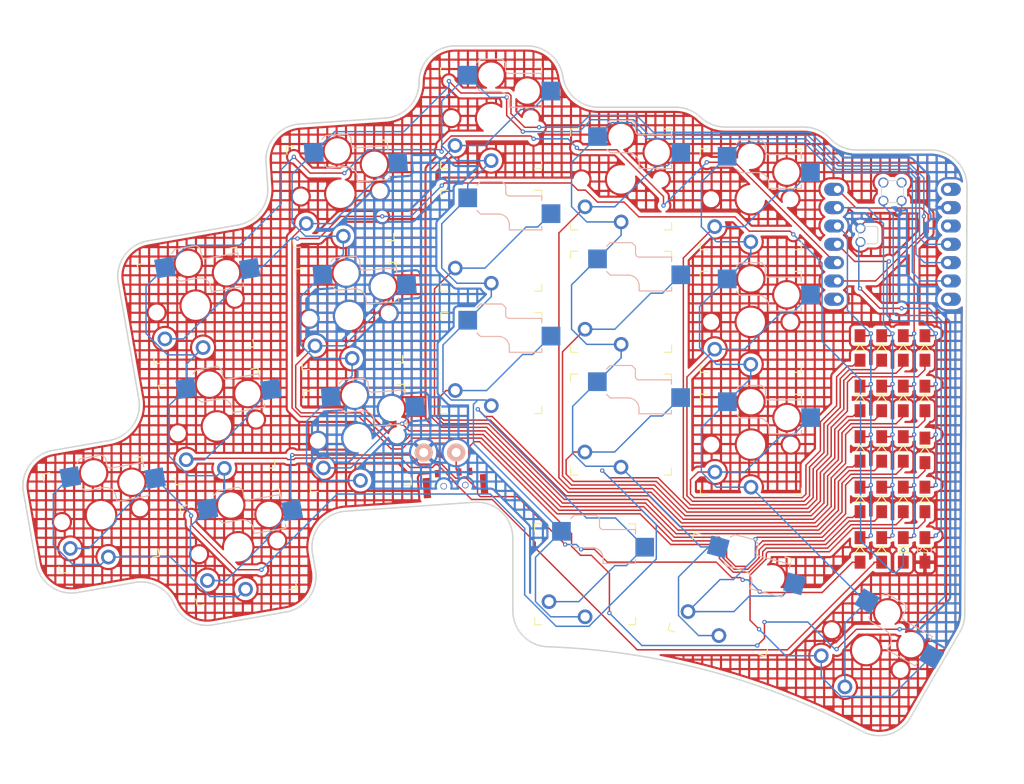
<source format=kicad_pcb>
(kicad_pcb (version 20241229) (generator "pcbnew") (generator_version "9.0")
  (layers (0 "F.Cu" signal) (2 "B.Cu" signal) (13 "F.Paste" user) (15 "B.Paste" user) (5 "F.SilkS" user "F.Silkscreen") (7 "B.SilkS" user "B.Silkscreen") (1 "F.Mask" user) (3 "B.Mask" user) (25 "Edge.Cuts" user))
  (net 0 "")
  (net 1 "VBAT_L")
  (net 2 "GND_L")
  (net 3 "ROW0_L")
  (net 4 "Net-(DL1-A)")
  (net 5 "Net-(DL2-A)")
  (net 6 "Net-(DL3-A)")
  (net 7 "Net-(DL4-A)")
  (net 8 "Net-(DL5-A)")
  (net 9 "ROW1_L")
  (net 10 "Net-(DL6-A)")
  (net 11 "Net-(DL7-A)")
  (net 12 "Net-(DL8-A)")
  (net 13 "Net-(DL9-A)")
  (net 14 "Net-(DL10-A)")
  (net 15 "ROW2_L")
  (net 16 "Net-(DL11-A)")
  (net 17 "Net-(DL12-A)")
  (net 18 "Net-(DL13-A)")
  (net 19 "Net-(DL14-A)")
  (net 20 "Net-(DL15-A)")
  (net 21 "Net-(DL16-A)")
  (net 22 "ROW3_L")
  (net 23 "Net-(DL17-A)")
  (net 24 "Net-(DL18-A)")
  (net 25 "Net-(DL19-A)")
  (net 26 "RESET_L")
  (net 28 "BAT+L")
  (net 29 "COL0_L")
  (net 30 "COL1_L")
  (net 31 "COL2_L")
  (net 32 "COL3_L")
  (net 33 "COL4_L")
  (footprint "TOTEMlib:BatteryPad" (layer "F.Cu") (at 89.5 103)
    (property "Reference" "BAT-1L1" (hide yes))
    (property "Value" "MountingHole_Pad" (hide yes))
  )
  (footprint "TOTEMlib:Kailh_socket_PG1350_optional" (layer "F.Cu") (at 98.85 56.625)
    (property "Reference" "SWL3")
    (property "Value" "SW_Push_45deg")
  )
  (footprint "TOTEMlib:Kailh_socket_PG1350_optional" (layer "F.Cu") (at 79.1616 84.0663 4)
    (property "Reference" "SWL7")
    (property "Value" "SW_Push_45deg")
  )
  (footprint "TOTEMlib:Diode_SOD123" (layer "F.Cu") (at 150 102.5 -90)
    (property "Reference" "DL13" (hide yes))
    (property "Value" "D_Small" (hide yes))
  )
  (footprint "TOTEMlib:Kailh_socket_PG1350_optional" (layer "F.Cu") (at 134.875 101.9)
    (property "Reference" "SWL15")
    (property "Value" "SW_Push_45deg")
  )
  (footprint "TOTEMlib:Diode_SOD123" (layer "F.Cu") (at 153 88.5 -90)
    (property "Reference" "DL10" (hide yes))
    (property "Value" "D_Small" (hide yes))
  )
  (footprint "TOTEMlib:Kailh_socket_PG1350_optional" (layer "F.Cu") (at 98.875 90.6)
    (property "Reference" "SWL13")
    (property "Value" "SW_Push_45deg" (hide yes))
  )
  (footprint "TOTEMlib:Diode_SOD123" (layer "F.Cu") (at 156 109.5 -90)
    (property "Reference" "DL2" (hide yes))
    (property "Value" "D_Small" (hide yes))
  )
  (footprint "TOTEMlib:Kailh_socket_PG1350_optional" (layer "F.Cu") (at 98.875 73.625)
    (property "Reference" "SWL8")
    (property "Value" "SW_Push_45deg")
  )
  (footprint "TOTEMlib:MSK12C02" (layer "F.Cu") (at 90.125 109.22 94)
    (property "Reference" "LSW2" (hide yes))
    (property "Value" "SW_SPDT" (hide yes))
  )
  (footprint "TOTEMlib:Diode_SOD123" (layer "F.Cu") (at 156 88.5 -90)
    (property "Reference" "DL5" (hide yes))
    (property "Value" "D_Small" (hide yes))
  )
  (footprint "TOTEMlib:Diode_SOD123" (layer "F.Cu") (at 153 102.5 -90)
    (property "Reference" "DL8" (hide yes))
    (property "Value" "D_Small" (hide yes))
  )
  (footprint "TOTEMlib:Kailh_socket_PG1350_optional" (layer "F.Cu") (at 150.8551 130.3841 -30)
    (property "Reference" "SWL19")
    (property "Value" "SW_Push_45deg")
  )
  (footprint "TOTEMlib:Kailh_socket_PG1350_optional" (layer "F.Cu") (at 57.8836 82.6301 10)
    (property "Reference" "SWL1")
    (property "Value" "SW_Push_45deg")
  )
  (footprint "TOTEMlib:Diode_SOD123" (layer "F.Cu") (at 153 95.5 -90)
    (property "Reference" "DL9" (hide yes))
    (property "Value" "D_Small" (hide yes))
  )
  (footprint "TOTEMlib:Diode_SOD123" (layer "F.Cu") (at 150 88.5 -90)
    (property "Reference" "DL15" (hide yes))
    (property "Value" "D_Small" (hide yes))
  )
  (footprint "TOTEMlib:Kailh_socket_PG1350_optional" (layer "F.Cu") (at 60.8336 99.3801 10)
    (property "Reference" "SWL6")
    (property "Value" "SW_Push_45deg")
  )
  (footprint "TOTEMlib:Kailh_socket_PG1350_optional" (layer "F.Cu") (at 134.85 67.875)
    (property "Reference" "SWL5")
    (property "Value" "SW_Push_45deg")
  )
  (footprint "TOTEMlib:Diode_SOD123" (layer "F.Cu") (at 150 116.5 -90)
    (property "Reference" "DL11" (hide yes))
    (property "Value" "D_Small" (hide yes))
  )
  (footprint "TOTEMlib:Kailh_socket_PG1350_optional" (layer "F.Cu") (at 111.875 119.875)
    (property "Reference" "SWL17")
    (property "Value" "SW_Push_45deg")
  )
  (footprint "TOTEMlib:Diode_SOD123" (layer "F.Cu") (at 159 116.5 -90)
    (property "Reference" "RST")
    (property "Value" "SW_Push" (hide yes))
  )
  (footprint "TOTEMlib:Diode_SOD123" (layer "F.Cu") (at 156 95.5 -90)
    (property "Reference" "DL4" (hide yes))
    (property "Value" "D_Small" (hide yes))
  )
  (footprint "TOTEMlib:Diode_SOD123" (layer "F.Cu") (at 153 109.5 -90)
    (property "Reference" "DL7" (hide yes))
    (property "Value" "D_Small" (hide yes))
  )
  (footprint "TOTEMlib:Diode_SOD123" (layer "F.Cu") (at 159 95.5 -90)
    (property "Reference" "DL17" (hide yes))
    (property "Value" "D_Small" (hide yes))
  )
  (footprint "TOTEMlib:BatteryPad" (layer "F.Cu") (at 94 103)
    (property "Reference" "BAT+1L1" (hide yes))
    (property "Value" "MountingHole_Pad" (hide yes))
  )
  (footprint "TOTEMlib:Kailh_socket_PG1350_optional" (layer "F.Cu") (at 134.85 84.875)
    (property "Reference" "SWL10")
    (property "Value" "SW_Push_45deg")
  )
  (footprint "TOTEMlib:Diode_SOD123" (layer "F.Cu") (at 156 102.5 -90)
    (property "Reference" "DL3" (hide yes))
    (property "Value" "D_Small" (hide yes))
  )
  (footprint "TOTEMlib:Diode_SOD123" (layer "F.Cu") (at 159 109.5 -90)
    (property "Reference" "DL19" (hide yes))
    (property "Value" "D_Small" (hide yes))
  )
  (footprint "TOTEMlib:Diode_SOD123" (layer "F.Cu") (at 150 109.5 -90)
    (property "Reference" "DL12" (hide yes))
    (property "Value" "D_Small" (hide yes))
  )
  (footprint "TOTEMlib:Diode_SOD123" (layer "F.Cu") (at 159 102.7 -90)
    (property "Reference" "DL18" (hide yes))
    (property "Value" "D_Small" (hide yes))
  )
  (footprint "TOTEMlib:Kailh_socket_PG1350_optional" (layer "F.Cu") (at 116.875 65.125)
    (property "Reference" "SWL4")
    (property "Value" "SW_Push_45deg")
  )
  (footprint "TOTEMlib:Kailh_socket_PG1350_optional" (layer "F.Cu") (at 77.9384 67.1144 4)
    (property "Reference" "SWL2")
    (property "Value" "SW_Push_45deg")
  )
  (footprint "TOTEMlib:Kailh_socket_PG1350_optional" (layer "F.Cu") (at 116.85 99.125)
    (property "Reference" "SWL14")
    (property "Value" "SW_Push_45deg")
  )
  (footprint "TOTEMlib:xiao-ble-smd-cutout" (layer "F.Cu") (at 154.5 74.1252)
    (property "Reference" "U1" (hide yes))
    (property "Value" "xiao-ble" (hide yes))
    (fp_line (start -4.699 -0.7488) (end -4.699 -1.7902) (stroke (width 0.12)) (layer "Edge.Cuts"))
    (fp_line (start -4.0132 -2.476) (end -2.413 -2.476) (stroke (width 0.12)) (layer "Edge.Cuts"))
    (fp_line (start -2.413 -0.063) (end -4.0132 -0.063) (stroke (width 0.12)) (layer "Edge.Cuts"))
    (fp_line (start -2.032 -2.095) (end -2.032 -0.444) (stroke (width 0.12)) (layer "Edge.Cuts"))
    (fp_line (start -1.524 -6.4638) (end -1.524 -8.1402) (stroke (width 0.12)) (layer "Edge.Cuts"))
    (fp_line (start -0.8382 -8.826) (end 0.8382 -8.826) (stroke (width 0.12)) (layer "Edge.Cuts"))
    (fp_line (start -0.8382 -5.778) (end 0.8382 -5.778) (stroke (width 0.12)) (layer "Edge.Cuts"))
    (fp_line (start 1.524 -6.4638) (end 1.524 -8.1402) (stroke (width 0.12)) (layer "Edge.Cuts"))
    (fp_arc (start -4.699 -0.7488) (mid -4.095391 -0.666609) (end -4.0132 -0.063) (stroke (width 0.12)) (layer "Edge.Cuts"))
    (fp_arc (start -4.0132 -2.476) (mid -4.095391 -1.872391) (end -4.699 -1.7902) (stroke (width 0.12)) (layer "Edge.Cuts"))
    (fp_arc (start -2.413 -2.476) (mid -2.143592 -2.364408) (end -2.032 -2.095) (stroke (width 0.12)) (layer "Edge.Cuts"))
    (fp_arc (start -2.032 -0.444) (mid -2.143592 -0.174592) (end -2.413 -0.063) (stroke (width 0.12)) (layer "Edge.Cuts"))
    (fp_arc (start -1.524 -6.4638) (mid -0.920391 -6.381609) (end -0.8382 -5.778) (stroke (width 0.12)) (layer "Edge.Cuts"))
    (fp_arc (start -0.8382 -8.826) (mid -0.920391 -8.222391) (end -1.524 -8.1402) (stroke (width 0.12)) (layer "Edge.Cuts"))
    (fp_arc (start 0.8382 -5.778) (mid 0.920391 -6.381609) (end 1.524 -6.4638) (stroke (width 0.12)) (layer "Edge.Cuts"))
    (fp_arc (start 1.524 -8.1402) (mid 0.920391 -8.222391) (end 0.8382 -8.826) (stroke (width 0.12)) (layer "Edge.Cuts"))
  )
  (footprint "TOTEMlib:Diode_SOD123" (layer "F.Cu") (at 159 88.5 -90)
    (property "Reference" "DL16" (hide yes))
    (property "Value" "D_Small" (hide yes))
  )
  (footprint "TOTEMlib:Kailh_socket_PG1350_optional" (layer "F.Cu") (at 116.875 82.1)
    (property "Reference" "SWL9")
    (property "Value" "SW_Push_45deg")
  )
  (footprint "TOTEMlib:Diode_SOD123" (layer "F.Cu") (at 156 116.5 -90)
    (property "Reference" "DL1" (hide yes))
    (property "Value" "D_Small" (hide yes))
  )
  (footprint "TOTEMlib:Kailh_socket_PG1350_optional" (layer "F.Cu") (at 80.3134 100.9894 4)
    (property "Reference" "SWL12")
    (property "Value" "SW_Push_45deg")
  )
  (footprint "TOTEMlib:Kailh_socket_PG1350_optional" (layer "F.Cu") (at 131.9624 122.6765 -15)
    (property "Reference" "SWL18")
    (property "Value" "SW_Push_45deg")
  )
  (footprint "TOTEMlib:Kailh_socket_PG1350_optional" (layer "F.Cu") (at 44.7586 111.6801 10)
    (property "Reference" "SWL16")
    (property "Value" "SW_Push_45deg")
  )
  (footprint "TOTEMlib:Diode_SOD123" (layer "F.Cu") (at 153 116.5 -90)
    (property "Reference" "DL6" (hide yes))
    (property "Value" "D_Small" (hide yes))
  )
  (footprint "TOTEMlib:Diode_SOD123" (layer "F.Cu") (at 150 95.5 -90)
    (property "Reference" "DL14" (hide yes))
    (property "Value" "D_Small" (hide yes))
  )
  (footprint "TOTEMlib:Kailh_socket_PG1350_optional" (layer "F.Cu") (at 63.7755 116.1396 10)
    (property "Reference" "SWL11")
    (property "Value" "SW_Push_45deg" (hide yes))
  )
  (gr_line (start 60.317671 126.883126) (end 70.435931 125.099004) (stroke (width 0.2)) (layer "Edge.Cuts"))
  (gr_arc (start 34 108.5) (mid 34.82828 104.763875) (end 38.055802 102.707715) (stroke (width 0.2)) (layer "Edge.Cuts"))
  (gr_arc (start 106.683712 129.928859) (mid 129.164842 133.298515) (end 150.304072 141.658461) (stroke (width 0.2)) (layer "Edge.Cuts"))
  (gr_line (start 47.155044 79.448092) (end 49.990049 95.526205) (stroke (width 0.2)) (layer "Edge.Cuts"))
  (gr_line (start 101.858043 114.893149) (end 101.858043 124.951858) (stroke (width 0.2)) (layer "Edge.Cuts"))
  (gr_line (start 63.749212 71.445009) (end 63.749213 71.445017) (stroke (width 0.2)) (layer "Edge.Cuts"))
  (gr_line (start 124.435713 55.118058) (end 113.744903 55.118058) (stroke (width 0.2)) (layer "Edge.Cuts"))
  (gr_arc (start 159.832104 61.050516) (mid 163.376764 62.524143) (end 164.832036 66.076386) (stroke (width 0.2)) (layer "Edge.Cuts"))
  (gr_arc (start 88.858043 51.618058) (mid 90.32251 48.082526) (end 93.858043 46.618058) (stroke (width 0.2)) (layer "Edge.Cuts"))
  (gr_line (start 142.200183 57.868058) (end 131.323183 57.868058) (stroke (width 0.2)) (layer "Edge.Cuts"))
  (gr_arc (start 164.525158 125.381931) (mid 164.3515 126.66265) (end 163.855352 127.856059) (stroke (width 0.2)) (layer "Edge.Cuts"))
  (gr_line (start 156.989547 139.747981) (end 163.855352 127.856059) (stroke (width 0.2)) (layer "Edge.Cuts"))
  (gr_arc (start 41.528775 122.403848) (mid 37.792658 121.575555) (end 35.736478 118.348053) (stroke (width 0.2)) (layer "Edge.Cuts"))
  (gr_line (start 67.632286 62.789436) (end 67.632285 62.789436) (stroke (width 0.2)) (layer "Edge.Cuts"))
  (gr_line (start 45.914006 101.322082) (end 38.055798 102.707695) (stroke (width 0.2)) (layer "Edge.Cuts"))
  (gr_arc (start 67.632286 62.789436) (mid 68.84655 59.160352) (end 72.271322 57.452834) (stroke (width 0.2)) (layer "Edge.Cuts"))
  (gr_line (start 84.206751 56.618227) (end 72.271322 57.452834) (stroke (width 0.2)) (layer "Edge.Cuts"))
  (gr_line (start 78.659266 111.138008) (end 96.509259 109.889814) (stroke (width 0.2)) (layer "Edge.Cuts"))
  (gr_arc (start 124.435713 55.118058) (mid 126.289752 55.474519) (end 127.879441 56.493058) (stroke (width 0.2)) (layer "Edge.Cuts"))
  (gr_line (start 74.491729 119.306726) (end 74.083958 116.994139) (stroke (width 0.2)) (layer "Edge.Cuts"))
  (gr_line (start 164.525158 125.381931) (end 164.832036 66.076386) (stroke (width 0.2)) (layer "Edge.Cuts"))
  (gr_arc (start 47.155044 79.448092) (mid 47.979808 75.717019) (end 51.198751 73.658002) (stroke (width 0.2)) (layer "Edge.Cuts"))
  (gr_line (start 34 108.5) (end 35.736478 118.348053) (stroke (width 0.2)) (layer "Edge.Cuts"))
  (gr_line (start 38.055802 102.707715) (end 38.055798 102.707695) (stroke (width 0.2)) (layer "Edge.Cuts"))
  (gr_line (start 156.989546 139.747981) (end 156.989547 139.747981) (stroke (width 0.2)) (layer "Edge.Cuts"))
  (gr_line (start 41.528775 122.403848) (end 49.407194 121.014671) (stroke (width 0.2)) (layer "Edge.Cuts"))
  (gr_arc (start 49.407194 121.014671) (mid 52.643934 121.535264) (end 54.862469 123.948892) (stroke (width 0.2)) (layer "Edge.Cuts"))
  (gr_arc (start 74.491729 119.306726) (mid 73.663439 123.042842) (end 70.435931 125.099004) (stroke (width 0.2)) (layer "Edge.Cuts"))
  (gr_line (start 103.858043 46.618058) (end 93.858043 46.618058) (stroke (width 0.2)) (layer "Edge.Cuts"))
  (gr_line (start 88.858043 51.618058) (end 88.858043 51.630328) (stroke (width 0.2)) (layer "Edge.Cuts"))
  (gr_arc (start 142.200183 57.868058) (mid 144.194701 58.283082) (end 145.858091 59.459287) (stroke (width 0.2)) (layer "Edge.Cuts"))
  (gr_arc (start 88.858043 51.630328) (mid 87.514791 55.040376) (end 84.206751 56.618227) (stroke (width 0.2)) (layer "Edge.Cuts"))
  (gr_arc (start 60.317671 126.883126) (mid 57.080964 126.362517) (end 54.862469 123.948892) (stroke (width 0.2)) (layer "Edge.Cuts"))
  (gr_arc (start 156.989546 139.747981) (mid 154.033253 142.055556) (end 150.304072 141.658461) (stroke (width 0.2)) (layer "Edge.Cuts"))
  (gr_line (start 159.832104 61.050516) (end 149.515996 61.050516) (stroke (width 0.2)) (layer "Edge.Cuts"))
  (gr_arc (start 67.868827 66.172143) (mid 66.821079 69.599295) (end 63.749212 71.445009) (stroke (width 0.2)) (layer "Edge.Cuts"))
  (gr_arc (start 149.515996 61.050516) (mid 147.521486 60.635483) (end 145.858091 59.459287) (stroke (width 0.2)) (layer "Edge.Cuts"))
  (gr_arc (start 96.509259 109.889814) (mid 100.273697 111.226174) (end 101.858043 114.893149) (stroke (width 0.2)) (layer "Edge.Cuts"))
  (gr_line (start 67.632285 62.789436) (end 67.868827 66.172143) (stroke (width 0.2)) (layer "Edge.Cuts"))
  (gr_arc (start 74.083958 116.994139) (mid 75.067958 113.047541) (end 78.659266 111.138008) (stroke (width 0.2)) (layer "Edge.Cuts"))
  (gr_arc (start 113.744903 55.118058) (mid 110.485312 53.909493) (end 108.801473 50.868058) (stroke (width 0.2)) (layer "Edge.Cuts"))
  (gr_arc (start 103.858043 46.618058) (mid 107.117632 47.826633) (end 108.801473 50.868058) (stroke (width 0.2)) (layer "Edge.Cuts"))
  (gr_arc (start 49.990049 95.526205) (mid 49.155862 99.27076) (end 45.914006 101.322082) (stroke (width 0.2)) (layer "Edge.Cuts"))
  (gr_line (start 63.749213 71.445017) (end 51.198751 73.658002) (stroke (width 0.2)) (layer "Edge.Cuts"))
  (gr_arc (start 106.683712 129.928859) (mid 103.268342 128.41241) (end 101.858043 124.951858) (stroke (width 0.2)) (layer "Edge.Cuts"))
  (gr_arc (start 131.323183 57.868058) (mid 129.46914 57.511594) (end 127.879441 56.493058) (stroke (width 0.2)) (layer "Edge.Cuts"))
  (segment (start 94.3908 105.7139) (end 94.3908 105.714) (width 0.2) (layer "F.Cu") (net 1))
  (segment (start 94 103) (end 94 105.323) (width 0.2) (layer "F.Cu") (net 1))
  (segment (start 94 105.323) (end 94.3908 105.7139) (width 0.2) (layer "F.Cu") (net 1))
  (segment (start 151.9539 69.7223) (end 155.1948 69.7223) (width 0.2) (layer "F.Cu") (net 2))
  (segment (start 150.055 71.9032) (end 150.055 71.6212) (width 0.2) (layer "F.Cu") (net 2))
  (segment (start 150.055 71.6212) (end 151.9539 69.7223) (width 0.2) (layer "F.Cu") (net 2))
  (via (at 155.1948 69.7223) (size 0.6) (drill 0.3) (layers "F.Cu" "B.Cu") (net 2))
  (segment (start 155.988 68.3152) (end 155.77 68.3152) (width 0.2) (layer "B.Cu") (net 2))
  (segment (start 155.77 69.1471) (end 155.77 68.3152) (width 0.2) (layer "B.Cu") (net 2))
  (segment (start 155.991 68.3142) (end 155.988 68.3152) (width 0.2) (layer "B.Cu") (net 2))
  (segment (start 155.1948 69.7223) (end 155.77 69.1471) (width 0.2) (layer "B.Cu") (net 2))
  (segment (start 155.988 68.3152) (end 155.985 68.3162) (width 0.2) (layer "B.Cu") (net 2))
  (segment (start 155.77 68.3152) (end 155.77 68.0932) (width 0.2) (layer "B.Cu") (net 2))
  (segment (start 149.468 69.0927) (end 146.88 66.5052) (width 0.2) (layer "F.Cu") (net 3))
  (segment (start 158.543 69.0927) (end 149.468 69.0927) (width 0.2) (layer "F.Cu") (net 3))
  (segment (start 156 107.8) (end 157.2 107.8) (width 0.2) (layer "F.Cu") (net 3))
  (segment (start 157.2 93.8) (end 157.5 93.5) (width 0.2) (layer "F.Cu") (net 3))
  (segment (start 156 93.8) (end 157.2 93.8) (width 0.2) (layer "F.Cu") (net 3))
  (segment (start 156 86.8) (end 157.2 86.8) (width 0.2) (layer "F.Cu") (net 3))
  (segment (start 157.5 86.5) (end 157.5 74.417) (width 0.2) (layer "F.Cu") (net 3))
  (segment (start 157.2 86.8) (end 157.5 86.5) (width 0.2) (layer "F.Cu") (net 3))
  (segment (start 157.2 107.8) (end 157.5 107.5) (width 0.2) (layer "F.Cu") (net 3))
  (segment (start 157.5 74.417) (end 159.451 72.466) (width 0.2) (layer "F.Cu") (net 3))
  (segment (start 157.2 100.8) (end 157.5 100.5) (width 0.2) (layer "F.Cu") (net 3))
  (segment (start 156 100.8) (end 157.2 100.8) (width 0.2) (layer "F.Cu") (net 3))
  (segment (start 156 114.8) (end 157.2 114.8) (width 0.2) (layer "F.Cu") (net 3))
  (segment (start 159.451 72.466) (end 159.451 70.0011) (width 0.2) (layer "F.Cu") (net 3))
  (segment (start 157.2 114.8) (end 157.5 114.5) (width 0.2) (layer "F.Cu") (net 3))
  (segment (start 159.451 70.0011) (end 158.543 69.0927) (width 0.2) (layer "F.Cu") (net 3))
  (via (at 157.5 114.5) (size 0.6) (drill 0.3) (layers "F.Cu" "B.Cu") (net 3))
  (via (at 157.5 93.5) (size 0.6) (drill 0.3) (layers "F.Cu" "B.Cu") (net 3))
  (via (at 157.5 107.5) (size 0.6) (drill 0.3) (layers "F.Cu" "B.Cu") (net 3))
  (via (at 157.5 86.5) (size 0.6) (drill 0.3) (layers "F.Cu" "B.Cu") (net 3))
  (via (at 157.5 100.5) (size 0.6) (drill 0.3) (layers "F.Cu" "B.Cu") (net 3))
  (segment (start 157.5 107.5) (end 157.5 114.5) (width 0.2) (layer "B.Cu") (net 3))
  (segment (start 157.5 93.5) (end 157.5 107.5) (width 0.2) (layer "B.Cu") (net 3))
  (segment (start 157.5 86.5) (end 157.5 93.5) (width 0.2) (layer "B.Cu") (net 3))
  (segment (start 83.75 70.25) (end 78.0056 70.25) (width 0.2) (layer "F.Cu") (net 4))
  (segment (start 132.6643 70.3216) (end 134.6445 72.3018) (width 0.2) (layer "F.Cu") (net 4))
  (segment (start 78.0056 70.25) (end 74.9317 73.3239) (width 0.2) (layer "F.Cu") (net 4))
  (segment (start 140.1772 72.3018) (end 140.3018 72.3018) (width 0.2) (layer "F.Cu") (net 4))
  (segment (start 119.3282 70.3216) (end 132.6643 70.3216) (width 0.2) (layer "F.Cu") (net 4))
  (segment (start 140.3018 72.3018) (end 140.75 72.75) (width 0.2) (layer "F.Cu") (net 4))
  (segment (start 92.3695 65.6233) (end 109.8897 65.6233) (width 0.2) (layer "F.Cu") (net 4))
  (segment (start 111.9301 66.6111) (end 113.5847 68.2657) (width 0.2) (layer "F.Cu") (net 4))
  (segment (start 117.2723 68.2657) (end 119.3282 70.3216) (width 0.2) (layer "F.Cu") (net 4))
  (segment (start 92.0102 65.9826) (end 92.3695 65.6233) (width 0.2) (layer "F.Cu") (net 4))
  (segment (start 156 118.2) (end 156 116.5) (width 0.2) (layer "F.Cu") (net 4))
  (segment (start 134.6445 72.3018) (end 140.1772 72.3018) (width 0.2) (layer "F.Cu") (net 4))
  (segment (start 109.8897 65.6233) (end 110.8775 66.6111) (width 0.2) (layer "F.Cu") (net 4))
  (segment (start 113.5847 68.2657) (end 117.2723 68.2657) (width 0.2) (layer "F.Cu") (net 4))
  (segment (start 74.9317 73.3239) (end 71.9977 73.3239) (width 0.2) (layer "F.Cu") (net 4))
  (segment (start 110.8775 66.6111) (end 111.9301 66.6111) (width 0.2) (layer "F.Cu") (net 4))
  (via (at 83.75 70.25) (size 0.6) (drill 0.3) (layers "F.Cu" "B.Cu") (net 4))
  (via (at 92.0102 65.9826) (size 0.6) (drill 0.3) (layers "F.Cu" "B.Cu") (net 4))
  (via (at 156 116.5) (size 0.6) (drill 0.3) (layers "F.Cu" "B.Cu") (net 4))
  (via (at 71.9977 73.3239) (size 0.6) (drill 0.3) (layers "F.Cu" "B.Cu") (net 4))
  (via (at 140.75 72.75) (size 0.6) (drill 0.3) (layers "F.Cu" "B.Cu") (net 4))
  (segment (start 56.1941 87.2406) (end 53.6194 87.2406) (width 0.2) (layer "B.Cu") (net 4))
  (segment (start 67.2373 77.1729) (end 71.0863 73.3239) (width 0.2) (layer "B.Cu") (net 4))
  (segment (start 67.2373 77.173) (end 67.2373 77.1729) (width 0.2) (layer "B.Cu") (net 4))
  (segment (start 62 81.4348) (end 56.1941 87.2406) (width 0.2) (layer "B.Cu") (net 4))
  (segment (start 154.9996 119.6251) (end 154.492 119.6251) (width 0.2) (layer "B.Cu") (net 4))
  (segment (start 150.0728 115.2059) (end 150.0728 92.9215) (width 0.2) (layer "B.Cu") (net 4))
  (segment (start 154.492 119.6251) (end 150.0728 115.2059) (width 0.2) (layer "B.Cu") (net 4))
  (segment (start 71.0863 73.3239) (end 71.9977 73.3239) (width 0.2) (layer "B.Cu") (net 4))
  (segment (start 156 118.6247) (end 154.9996 119.6251) (width 0.2) (layer "B.Cu") (net 4))
  (segment (start 88.9305 69.0623) (end 87.7428 70.25) (width 0.2) (layer "B.Cu") (net 4))
  (segment (start 156 116.5) (end 156 118.6247) (width 0.2) (layer "B.Cu") (net 4))
  (segment (start 150.0728 92.9215) (end 144.7274 87.5761) (width 0.2) (layer "B.Cu") (net 4))
  (segment (start 65.3817 77.5001) (end 62 80.8818) (width 0.2) (layer "B.Cu") (net 4))
  (segment (start 144.7274 76.7274) (end 140.75 72.75) (width 0.2) (layer "B.Cu") (net 4))
  (segment (start 62 80.8818) (end 62 81.4348) (width 0.2) (layer "B.Cu") (net 4))
  (segment (start 65.3817 77.5001) (end 67.2373 77.173) (width 0.2) (layer "B.Cu") (net 4))
  (segment (start 88.9305 69.0623) (end 92.0102 65.9826) (width 0.2) (layer "B.Cu") (net 4))
  (segment (start 144.7274 87.5761) (end 144.7274 76.7274) (width 0.2) (layer "B.Cu") (net 4))
  (segment (start 87.7428 70.25) (end 83.75 70.25) (width 0.2) (layer "B.Cu") (net 4))
  (segment (start 71.25 96.8171) (end 71.25 73.2196) (width 0.2) (layer "F.Cu") (net 5))
  (segment (start 155 113) (end 148.75 113) (width 0.2) (layer "F.Cu") (net 5))
  (segment (start 97.5 101) (end 88 101) (width 0.2) (layer "F.Cu") (net 5))
  (segment (start 136.5 117.684) (end 134.601 119.582) (width 0.2) (layer "F.Cu") (net 5))
  (segment (start 137 116.25) (end 136.5 116.75) (width 0.2) (layer "F.Cu") (net 5))
  (segment (start 130.5 117.679) (end 130.5 116.25) (width 0.2) (layer "F.Cu") (net 5))
  (segment (start 108 111.5) (end 97.5 101) (width 0.2) (layer "F.Cu") (net 5))
  (segment (start 88 101) (end 86.5 102.5) (width 0.2) (layer "F.Cu") (net 5))
  (segment (start 80.5 98) (end 72.4329 98) (width 0.2) (layer "F.Cu") (net 5))
  (segment (start 119.5 111.5) (end 108 111.5) (width 0.2) (layer "F.Cu") (net 5))
  (segment (start 134.601 119.582) (end 132.403 119.582) (width 0.2) (layer "F.Cu") (net 5))
  (segment (start 72.4329 98) (end 71.25 96.8171) (width 0.2) (layer "F.Cu") (net 5))
  (segment (start 130.5 116.25) (end 130 115.75) (width 0.2) (layer "F.Cu") (net 5))
  (segment (start 71.25 73.2196) (end 73.2157 71.2539) (width 0.2) (layer "F.Cu") (net 5))
  (segment (start 156 111.2) (end 156 112) (width 0.2) (layer "F.Cu") (net 5))
  (segment (start 136.5 116.75) (end 136.5 117.684) (width 0.2) (layer "F.Cu") (net 5))
  (segment (start 86.5 102.5) (end 85 102.5) (width 0.2) (layer "F.Cu") (net 5))
  (segment (start 156 112) (end 155 113) (width 0.2) (layer "F.Cu") (net 5))
  (segment (start 123.75 115.75) (end 119.5 111.5) (width 0.2) (layer "F.Cu") (net 5))
  (segment (start 85 102.5) (end 80.5 98) (width 0.2) (layer "F.Cu") (net 5))
  (segment (start 132.403 119.582) (end 130.5 117.679) (width 0.2) (layer "F.Cu") (net 5))
  (segment (start 130 115.75) (end 123.75 115.75) (width 0.2) (layer "F.Cu") (net 5))
  (segment (start 148.75 113) (end 145.5 116.25) (width 0.2) (layer "F.Cu") (net 5))
  (segment (start 145.5 116.25) (end 137 116.25) (width 0.2) (layer "F.Cu") (net 5))
  (segment (start 76.7199 71.2539) (end 73.2157 71.2539) (width 0.2) (layer "B.Cu") (net 5))
  (segment (start 85.9317 62.7963) (end 83.8522 64.8758) (width 0.2) (layer "B.Cu") (net 5))
  (segment (start 83.0981 64.8758) (end 76.7199 71.2539) (width 0.2) (layer "B.Cu") (net 5))
  (segment (start 83.8522 64.8758) (end 83.0981 64.8758) (width 0.2) (layer "B.Cu") (net 5))
  (segment (start 124.5 114.25) (end 120.25 110) (width 0.2) (layer "F.Cu") (net 6))
  (segment (start 92 99.5) (end 90.5 98) (width 0.2) (layer "F.Cu") (net 6))
  (segment (start 144.5 114.25) (end 124.5 114.25) (width 0.2) (layer "F.Cu") (net 6))
  (segment (start 108.75 110) (end 98.25 99.5) (width 0.2) (layer "F.Cu") (net 6))
  (segment (start 90.5 98) (end 90.5 63.775) (width 0.2) (layer "F.Cu") (net 6))
  (segment (start 148.75 106) (end 147.5 107.25) (width 0.2) (layer "F.Cu") (net 6))
  (segment (start 147.5 107.25) (end 147.5 111.25) (width 0.2) (layer "F.Cu") (net 6))
  (segment (start 156 105) (end 155 106) (width 0.2) (layer "F.Cu") (net 6))
  (segment (start 98.25 99.5) (end 92 99.5) (width 0.2) (layer "F.Cu") (net 6))
  (segment (start 155 106) (end 148.75 106) (width 0.2) (layer "F.Cu") (net 6))
  (segment (start 147.5 111.25) (end 144.5 114.25) (width 0.2) (layer "F.Cu") (net 6))
  (segment (start 120.25 110) (end 108.75 110) (width 0.2) (layer "F.Cu") (net 6))
  (segment (start 156 104.2) (end 156 105) (width 0.2) (layer "F.Cu") (net 6))
  (segment (start 90.5 63.775) (end 93.85 60.425) (width 0.2) (layer "F.Cu") (net 6))
  (segment (start 97.9711 60.425) (end 93.85 60.425) (width 0.2) (layer "B.Cu") (net 6))
  (segment (start 104.577 55.4231) (end 102.973 55.4231) (width 0.2) (layer "B.Cu") (net 6))
  (segment (start 107.125 52.875) (end 104.577 55.4231) (width 0.2) (layer "B.Cu") (net 6))
  (segment (start 102.973 55.4231) (end 97.9711 60.425) (width 0.2) (layer "B.Cu") (net 6))
  (segment (start 148.75 99) (end 147.5 100.25) (width 0.2) (layer "F.Cu") (net 7))
  (segment (start 147.5 100.25) (end 147.5 104.25) (width 0.2) (layer "F.Cu") (net 7))
  (segment (start 108.25 106.5) (end 108.25 72.55) (width 0.2) (layer "F.Cu") (net 7))
  (segment (start 125.5 112.25) (end 121.25 108) (width 0.2) (layer "F.Cu") (net 7))
  (segment (start 143.5 112.25) (end 125.5 112.25) (width 0.2) (layer "F.Cu") (net 7))
  (segment (start 147.5 104.25) (end 145.5 106.25) (width 0.2) (layer "F.Cu") (net 7))
  (segment (start 156 97.2) (end 156 98) (width 0.2) (layer "F.Cu") (net 7))
  (segment (start 145.5 106.25) (end 145.5 110.25) (width 0.2) (layer "F.Cu") (net 7))
  (segment (start 108.25 72.55) (end 111.875 68.925) (width 0.2) (layer "F.Cu") (net 7))
  (segment (start 156 98) (end 155 99) (width 0.2) (layer "F.Cu") (net 7))
  (segment (start 121.25 108) (end 109.75 108) (width 0.2) (layer "F.Cu") (net 7))
  (segment (start 145.5 110.25) (end 143.5 112.25) (width 0.2) (layer "F.Cu") (net 7))
  (segment (start 155 99) (end 148.75 99) (width 0.2) (layer "F.Cu") (net 7))
  (segment (start 109.75 108) (end 108.25 106.5) (width 0.2) (layer "F.Cu") (net 7))
  (segment (start 125.15 61.375) (end 123.299 63.226) (width 0.2) (layer "B.Cu") (net 7))
  (segment (start 115.996 68.925) (end 111.875 68.925) (width 0.2) (layer "B.Cu") (net 7))
  (segment (start 123.299 63.226) (end 121.695 63.226) (width 0.2) (layer "B.Cu") (net 7))
  (segment (start 121.695 63.226) (end 115.996 68.925) (width 0.2) (layer "B.Cu") (net 7))
  (segment (start 155 92) (end 156 91) (width 0.2) (layer "F.Cu") (net 8))
  (segment (start 126.5 110.25) (end 142.5 110.25) (width 0.2) (layer "F.Cu") (net 8))
  (segment (start 147.75 97) (end 147.75 93) (width 0.2) (layer "F.Cu") (net 8))
  (segment (start 143.5 105.25) (end 145.5 103.25) (width 0.2) (layer "F.Cu") (net 8))
  (segment (start 125.5 76.025) (end 125.5 109.25) (width 0.2) (layer "F.Cu") (net 8))
  (segment (start 145.5 99.25) (end 147.75 97) (width 0.2) (layer "F.Cu") (net 8))
  (segment (start 156 91) (end 156 90.2) (width 0.2) (layer "F.Cu") (net 8))
  (segment (start 147.75 93) (end 148.75 92) (width 0.2) (layer "F.Cu") (net 8))
  (segment (start 125.5 109.25) (end 126.5 110.25) (width 0.2) (layer "F.Cu") (net 8))
  (segment (start 145.5 103.25) (end 145.5 99.25) (width 0.2) (layer "F.Cu") (net 8))
  (segment (start 129.85 71.675) (end 125.5 76.025) (width 0.2) (layer "F.Cu") (net 8))
  (segment (start 142.5 110.25) (end 143.5 109.25) (width 0.2) (layer "F.Cu") (net 8))
  (segment (start 143.5 109.25) (end 143.5 105.25) (width 0.2) (layer "F.Cu") (net 8))
  (segment (start 148.75 92) (end 155 92) (width 0.2) (layer "F.Cu") (net 8))
  (segment (start 143.125 64.125) (end 140.577 66.6731) (width 0.2) (layer "B.Cu") (net 8))
  (segment (start 133.971 71.675) (end 129.85 71.675) (width 0.2) (layer "B.Cu") (net 8))
  (segment (start 138.973 66.6731) (end 133.971 71.675) (width 0.2) (layer "B.Cu") (net 8))
  (segment (start 140.577 66.6731) (end 138.973 66.6731) (width 0.2) (layer "B.Cu") (net 8))
  (segment (start 154.2 86.8) (end 154.5 86.5) (width 0.2) (layer "F.Cu") (net 9))
  (segment (start 153 107.8) (end 154.2 107.8) (width 0.2) (layer "F.Cu") (net 9))
  (segment (start 153 100.8) (end 154.2 100.8) (width 0.2) (layer "F.Cu") (net 9))
  (segment (start 154.2 100.8) (end 154.5 100.5) (width 0.2) (layer "F.Cu") (net 9))
  (segment (start 153 114.8) (end 154.2 114.8) (width 0.2) (layer "F.Cu") (net 9))
  (segment (start 154.2 107.8) (end 154.5 107.5) (width 0.2) (layer "F.Cu") (net 9))
  (segment (start 153 93.8) (end 154.2 93.8) (width 0.2) (layer "F.Cu") (net 9))
  (segment (start 154.2 114.8) (end 154.5 114.5) (width 0.2) (layer "F.Cu") (net 9))
  (segment (start 154.2 93.8) (end 154.5 93.5) (width 0.2) (layer "F.Cu") (net 9))
  (segment (start 153 86.8) (end 154.2 86.8) (width 0.2) (layer "F.Cu") (net 9))
  (via (at 154.5 100.5) (size 0.6) (drill 0.3) (layers "F.Cu" "B.Cu") (net 9))
  (via (at 154.5 114.5) (size 0.6) (drill 0.3) (layers "F.Cu" "B.Cu") (net 9))
  (via (at 154.5 86.5) (size 0.6) (drill 0.3) (layers "F.Cu" "B.Cu") (net 9))
  (via (at 154.5 93.5) (size 0.6) (drill 0.3) (layers "F.Cu" "B.Cu") (net 9))
  (via (at 154.5 107.5) (size 0.6) (drill 0.3) (layers "F.Cu" "B.Cu") (net 9))
  (segment (start 151.045 69.0452) (end 146.88 69.0452) (width 0.2) (layer "B.Cu") (net 9))
  (segment (start 153.25 71.25) (end 151.045 69.0452) (width 0.2) (layer "B.Cu") (net 9))
  (segment (start 153.25 85.25) (end 153.25 71.25) (width 0.2) (layer "B.Cu") (net 9))
  (segment (start 154.5 93.5) (end 154.5 114.5) (width 0.2) (layer "B.Cu") (net 9))
  (segment (start 154.5 86.5) (end 153.25 85.25) (width 0.2) (layer "B.Cu") (net 9))
  (segment (start 154.5 86.5) (end 154.5 93.5) (width 0.2) (layer "B.Cu") (net 9))
  (segment (start 93.6854 107.0528) (end 96.143 109.5104) (width 0.2) (layer "F.Cu") (net 10))
  (segment (start 96.143 109.5104) (end 99.0105 109.5104) (width 0.2) (layer "F.Cu") (net 10))
  (segment (start 70.471 103.7942) (end 70.6473 103.9705) (width 0.2) (layer "F.Cu") (net 10))
  (segment (start 151.9483 118.3315) (end 151.9483 118.2) (width 0.2) (layer "F.Cu") (net 10))
  (segment (start 70.6473 103.9705) (end 71.4982 103.9705) (width 0.2) (layer "F.Cu") (net 10))
  (segment (start 87.6245 105.0693) (end 90.6854 105.0693) (width 0.2) (layer "F.Cu") (net 10))
  (segment (start 91.4154 104.669) (end 93.6854 106.939) (width 0.2) (layer "F.Cu") (net 10))
  (segment (start 90.9209 104.8338) (end 91.0857 104.669) (width 0.2) (layer "F.Cu") (net 10))
  (segment (start 139.9281 130.3517) (end 151.9483 118.3315) (width 0.2) (layer "F.Cu") (net 10))
  (segment (start 153 118.2) (end 151.9483 118.2) (width 0.2) (layer "F.Cu") (net 10))
  (segment (start 99.0105 109.5104) (end 104.9654 115.4653) (width 0.2) (layer "F.Cu") (net 10))
  (segment (start 93.6854 106.939) (end 93.6854 107.0528) (width 0.2) (layer "F.Cu") (net 10))
  (segment (start 86.328 103.7728) (end 87.6245 105.0693) (width 0.2) (layer "F.Cu") (net 10))
  (segment (start 91.0857 104.669) (end 91.4154 104.669) (width 0.2) (layer "F.Cu") (net 10))
  (segment (start 56.7658 103.7942) (end 70.471 103.7942) (width 0.2) (layer "F.Cu") (net 10))
  (segment (start 90.6854 105.0693) (end 90.9209 104.8338) (width 0.2) (layer "F.Cu") (net 10))
  (segment (start 71.4982 103.9705) (end 71.6959 103.7728) (width 0.2) (layer "F.Cu") (net 10))
  (segment (start 104.9654 116.2258) (end 119.0913 130.3517) (width 0.2) (layer "F.Cu") (net 10))
  (segment (start 71.6959 103.7728) (end 86.328 103.7728) (width 0.2) (layer "F.Cu") (net 10))
  (segment (start 119.0913 130.3517) (end 139.9281 130.3517) (width 0.2) (layer "F.Cu") (net 10))
  (segment (start 56.5694 103.9906) (end 56.7658 103.7942) (width 0.2) (layer "F.Cu") (net 10))
  (segment (start 90.9209 104.8338) (end 91.0857 104.669) (width 0.2) (layer "F.Cu") (net 10))
  (segment (start 104.9654 115.4653) (end 104.9654 116.2258) (width 0.2) (layer "F.Cu") (net 10))
  (segment (start 58.8593 103.991) (end 56.5694 103.991) (width 0.2) (layer "B.Cu") (net 10))
  (segment (start 65 98.1348) (end 59.1441 103.991) (width 0.2) (layer "B.Cu") (net 10))
  (segment (start 65 97.5818) (end 65 98.1348) (width 0.2) (layer "B.Cu") (net 10))
  (segment (start 58.8589 103.9906) (end 58.8593 103.991) (width 0.2) (layer "B.Cu") (net 10))
  (segment (start 59.1441 103.991) (end 58.8593 103.991) (width 0.2) (layer "B.Cu") (net 10))
  (segment (start 56.5694 103.9906) (end 58.8589 103.9906) (width 0.2) (layer "B.Cu") (net 10))
  (segment (start 68.3317 94.2501) (end 65 97.5818) (width 0.2) (layer "B.Cu") (net 10))
  (segment (start 72.5 97.5) (end 71.75 96.75) (width 0.2) (layer "F.Cu") (net 11))
  (segment (start 153 111.5) (end 152 112.5) (width 0.2) (layer "F.Cu") (net 11))
  (segment (start 131 117.612) (end 131 116) (width 0.2) (layer "F.Cu") (net 11))
  (segment (start 148.5 112.5) (end 145.25 115.75) (width 0.2) (layer "F.Cu") (net 11))
  (segment (start 145.25 115.75) (end 136.75 115.75) (width 0.2) (layer "F.Cu") (net 11))
  (segment (start 131 116) (end 130.25 115.25) (width 0.2) (layer "F.Cu") (net 11))
  (segment (start 136.75 115.75) (end 136 116.5) (width 0.2) (layer "F.Cu") (net 11))
  (segment (start 152 112.5) (end 148.5 112.5) (width 0.2) (layer "F.Cu") (net 11))
  (segment (start 71.75 90.8947) (end 74.4389 88.2058) (width 0.2) (layer "F.Cu") (net 11))
  (segment (start 136 117.616) (end 134.435 119.181) (width 0.2) (layer "F.Cu") (net 11))
  (segment (start 97.75 100.5) (end 87.75 100.5) (width 0.2) (layer "F.Cu") (net 11))
  (segment (start 86.25 102) (end 85.25 102) (width 0.2) (layer "F.Cu") (net 11))
  (segment (start 108.25 111) (end 97.75 100.5) (width 0.2) (layer "F.Cu") (net 11))
  (segment (start 87.75 100.5) (end 86.25 102) (width 0.2) (layer "F.Cu") (net 11))
  (segment (start 153 111.2) (end 153 111.5) (width 0.2) (layer "F.Cu") (net 11))
  (segment (start 124 115.25) (end 119.75 111) (width 0.2) (layer "F.Cu") (net 11))
  (segment (start 71.75 96.75) (end 71.75 90.8947) (width 0.2) (layer "F.Cu") (net 11))
  (segment (start 134.435 119.181) (end 132.57 119.181) (width 0.2) (layer "F.Cu") (net 11))
  (segment (start 130.25 115.25) (end 124 115.25) (width 0.2) (layer "F.Cu") (net 11))
  (segment (start 80.75 97.5) (end 72.5 97.5) (width 0.2) (layer "F.Cu") (net 11))
  (segment (start 132.57 119.181) (end 131 117.612) (width 0.2) (layer "F.Cu") (net 11))
  (segment (start 119.75 111) (end 108.25 111) (width 0.2) (layer "F.Cu") (net 11))
  (segment (start 85.25 102) (end 80.75 97.5) (width 0.2) (layer "F.Cu") (net 11))
  (segment (start 136 116.5) (end 136 117.616) (width 0.2) (layer "F.Cu") (net 11))
  (segment (start 86.8829 79.7482) (end 78.4253 88.2058) (width 0.2) (layer "B.Cu") (net 11))
  (segment (start 78.4253 88.2058) (end 74.4389 88.2058) (width 0.2) (layer "B.Cu") (net 11))
  (segment (start 87.1549 79.7482) (end 86.8829 79.7482) (width 0.2) (layer "B.Cu") (net 11))
  (segment (start 98.5 99) (end 92.1829 99) (width 0.2) (layer "F.Cu") (net 12))
  (segment (start 109 109.5) (end 98.5 99) (width 0.2) (layer "F.Cu") (net 12))
  (segment (start 147 111) (end 144.25 113.75) (width 0.2) (layer "F.Cu") (net 12))
  (segment (start 144.25 113.75) (end 124.75 113.75) (width 0.2) (layer "F.Cu") (net 12))
  (segment (start 148.5 105.5) (end 147 107) (width 0.2) (layer "F.Cu") (net 12))
  (segment (start 120.5 109.5) (end 109 109.5) (width 0.2) (layer "F.Cu") (net 12))
  (segment (start 92.1829 99) (end 91 97.8171) (width 0.2) (layer "F.Cu") (net 12))
  (segment (start 152 105.5) (end 148.5 105.5) (width 0.2) (layer "F.Cu") (net 12))
  (segment (start 147 107) (end 147 111) (width 0.2) (layer "F.Cu") (net 12))
  (segment (start 153 104.5) (end 152 105.5) (width 0.2) (layer "F.Cu") (net 12))
  (segment (start 91 97.8171) (end 91 80.3) (width 0.2) (layer "F.Cu") (net 12))
  (segment (start 91 80.3) (end 93.875 77.425) (width 0.2) (layer "F.Cu") (net 12))
  (segment (start 124.75 113.75) (end 120.5 109.5) (width 0.2) (layer "F.Cu") (net 12))
  (segment (start 153 104.2) (end 153 104.5) (width 0.2) (layer "F.Cu") (net 12))
  (segment (start 107.15 69.875) (end 105.299 71.726) (width 0.2) (layer "B.Cu") (net 12))
  (segment (start 97.9961 77.425) (end 93.875 77.425) (width 0.2) (layer "B.Cu") (net 12))
  (segment (start 105.299 71.726) (end 103.695 71.726) (width 0.2) (layer "B.Cu") (net 12))
  (segment (start 103.695 71.726) (end 97.9961 77.425) (width 0.2) (layer "B.Cu") (net 12))
  (segment (start 147 100) (end 147 104) (width 0.2) (layer "F.Cu") (net 13))
  (segment (start 145 110) (end 143.25 111.75) (width 0.2) (layer "F.Cu") (net 13))
  (segment (start 153 97.5) (end 152 98.5) (width 0.2) (layer "F.Cu") (net 13))
  (segment (start 153 97.2) (end 153 97.5) (width 0.2) (layer "F.Cu") (net 13))
  (segment (start 108.75 89.025) (end 111.875 85.9) (width 0.2) (layer "F.Cu") (net 13))
  (segment (start 121.5 107.5) (end 110 107.5) (width 0.2) (layer "F.Cu") (net 13))
  (segment (start 145 106) (end 145 110) (width 0.2) (layer "F.Cu") (net 13))
  (segment (start 108.75 106.25) (end 108.75 89.025) (width 0.2) (layer "F.Cu") (net 13))
  (segment (start 152 98.5) (end 148.5 98.5) (width 0.2) (layer "F.Cu") (net 13))
  (segment (start 110 107.5) (end 108.75 106.25) (width 0.2) (layer "F.Cu") (net 13))
  (segment (start 143.25 111.75) (end 125.75 111.75) (width 0.2) (layer "F.Cu") (net 13))
  (segment (start 147 104) (end 145 106) (width 0.2) (layer "F.Cu") (net 13))
  (segment (start 125.75 111.75) (end 121.5 107.5) (width 0.2) (layer "F.Cu") (net 13))
  (segment (start 148.5 98.5) (end 147 100) (width 0.2) (layer "F.Cu") (net 13))
  (segment (start 125.15 78.35) (end 122.602 80.8981) (width 0.2) (layer "B.Cu") (net 13))
  (segment (start 115.996 85.9) (end 111.875 85.9) (width 0.2) (layer "B.Cu") (net 13))
  (segment (start 122.602 80.8981) (end 120.998 80.8981) (width 0.2) (layer "B.Cu") (net 13))
  (segment (start 120.998 80.8981) (end 115.996 85.9) (width 0.2) (layer "B.Cu") (net 13))
  (segment (start 143 105) (end 143 109) (width 0.2) (layer "F.Cu") (net 14))
  (segment (start 145 99) (end 145 103) (width 0.2) (layer "F.Cu") (net 14))
  (segment (start 147.25 92.75) (end 147.25 96.75) (width 0.2) (layer "F.Cu") (net 14))
  (segment (start 142.25 109.75) (end 126.75 109.75) (width 0.2) (layer "F.Cu") (net 14))
  (segment (start 147.25 96.75) (end 145 99) (width 0.2) (layer "F.Cu") (net 14))
  (segment (start 143 109) (end 142.25 109.75) (width 0.2) (layer "F.Cu") (net 14))
  (segment (start 152 91.5) (end 148.5 91.5) (width 0.2) (layer "F.Cu") (net 14))
  (segment (start 153 90.2) (end 153 90.5) (width 0.2) (layer "F.Cu") (net 14))
  (segment (start 126 109) (end 126 92.525) (width 0.2) (layer "F.Cu") (net 14))
  (segment (start 126 92.525) (end 129.85 88.675) (width 0.2) (layer "F.Cu") (net 14))
  (segment (start 145 103) (end 143 105) (width 0.2) (layer "F.Cu") (net 14))
  (segment (start 126.75 109.75) (end 126 109) (width 0.2) (layer "F.Cu") (net 14))
  (segment (start 153 90.5) (end 152 91.5) (width 0.2) (layer "F.Cu") (net 14))
  (segment (start 148.5 91.5) (end 147.25 92.75) (width 0.2) (layer "F.Cu") (net 14))
  (segment (start 143.125 81.125) (end 140.577 83.6731) (width 0.2) (layer "B.Cu") (net 14))
  (segment (start 140.577 83.6731) (end 138.973 83.6731) (width 0.2) (layer "B.Cu") (net 14))
  (segment (start 138.973 83.6731) (end 133.971 88.675) (width 0.2) (layer "B.Cu") (net 14))
  (segment (start 133.971 88.675) (end 129.85 88.675) (width 0.2) (layer "B.Cu") (net 14))
  (segment (start 150 107.8) (end 151.2 107.8) (width 0.2) (layer "F.Cu") (net 15))
  (segment (start 151.2 93.8) (end 151.5 93.5) (width 0.2) (layer "F.Cu") (net 15))
  (segment (start 151.2 100.8) (end 151.5 100.5) (width 0.2) (layer "F.Cu") (net 15))
  (segment (start 151.2 86.8) (end 151.5 86.5) (width 0.2) (layer "F.Cu") (net 15))
  (segment (start 151.2 107.8) (end 151.5 107.5) (width 0.2) (layer "F.Cu") (net 15))
  (segment (start 150 100.8) (end 151.2 100.8) (width 0.2) (layer "F.Cu") (net 15))
  (segment (start 150 86.8) (end 151.2 86.8) (width 0.2) (layer "F.Cu") (net 15))
  (segment (start 150 114.8) (end 151.2 114.8) (width 0.2) (layer "F.Cu") (net 15))
  (segment (start 151.2 114.8) (end 151.5 114.5) (width 0.2) (layer "F.Cu") (net 15))
  (segment (start 150 93.8) (end 151.2 93.8) (width 0.2) (layer "F.Cu") (net 15))
  (via (at 151.5 93.5) (size 0.6) (drill 0.3) (layers "F.Cu" "B.Cu") (net 15))
  (via (at 151.5 100.5) (size 0.6) (drill 0.3) (layers "F.Cu" "B.Cu") (net 15))
  (via (at 151.5 114.5) (size 0.6) (drill 0.3) (layers "F.Cu" "B.Cu") (net 15))
  (via (at 151.5 107.5) (size 0.6) (drill 0.3) (layers "F.Cu" "B.Cu") (net 15))
  (via (at 151.5 86.5) (size 0.6) (drill 0.3) (layers "F.Cu" "B.Cu") (net 15))
  (segment (start 151.5 86.5) (end 148.25 83.25) (width 0.2) (layer "B.Cu") (net 15))
  (segment (start 151.5 107.5) (end 151.5 114.5) (width 0.2) (layer "B.Cu") (net 15))
  (segment (start 148.25 83.25) (end 148.25 72.9552) (width 0.2) (layer "B.Cu") (net 15))
  (segment (start 151.5 107.5) (end 151.5 100.5) (width 0.2) (layer "B.Cu") (net 15))
  (segment (start 151.5 93.5) (end 151.5 86.5) (width 0.2) (layer "B.Cu") (net 15))
  (segment (start 148.25 72.9552) (end 146.88 71.5852) (width 0.2) (layer "B.Cu") (net 15))
  (segment (start 151.5 100.5) (end 151.5 93.5) (width 0.2) (layer "B.Cu") (net 15))
  (segment (start 96.9658 108.7354) (end 96.9658 108.1169) (width 0.2) (layer "F.Cu") (net 16))
  (segment (start 132.2124 120.3385) (end 133.4098 120.3385) (width 0.2) (layer "F.Cu") (net 16))
  (segment (start 113.1706 116.4125) (end 114.95 118.1919) (width 0.2) (layer "F.Cu") (net 16))
  (segment (start 90.5312 104.6096) (end 88.9152 104.6096) (width 0.2) (layer "F.Cu") (net 16))
  (segment (start 97.3391 109.1087) (end 96.9658 108.7354) (width 0.2) (layer "F.Cu") (net 16))
  (segment (start 87.6503 103.3447) (end 71.2731 103.3447) (width 0.2) (layer "F.Cu") (net 16))
  (segment (start 95.392 106.5431) (end 93.9068 106.5431) (width 0.2) (layer "F.Cu") (net 16))
  (segment (start 88.9152 104.6096) (end 87.6503 103.3447) (width 0.2) (layer "F.Cu") (net 16))
  (segment (start 136.217 122.4001) (end 136.1075 122.2906) (width 0.2) (layer "F.Cu") (net 16))
  (segment (start 144.7482 122.4001) (end 136.217 122.4001) (width 0.2) (layer "F.Cu") (net 16))
  (segment (start 91.631 104.2673) (end 90.8735 104.2673) (width 0.2) (layer "F.Cu") (net 16))
  (segment (start 109.1095 115.7484) (end 102.4698 109.1087) (width 0.2) (layer "F.Cu") (net 16))
  (segment (start 102.4698 109.1087) (end 97.3391 109.1087) (width 0.2) (layer "F.Cu") (net 16))
  (segment (start 150 118.2) (end 148.9483 118.2) (width 0.2) (layer "F.Cu") (net 16))
  (segment (start 90.8735 104.2673) (end 90.5312 104.6096) (width 0.2) (layer "F.Cu") (net 16))
  (segment (start 93.9068 106.5431) (end 91.631 104.2673) (width 0.2) (layer "F.Cu") (net 16))
  (segment (start 130.0658 118.1919) (end 132.2124 120.3385) (width 0.2) (layer "F.Cu") (net 16))
  (segment (start 111.3243 116.4125) (end 113.1706 116.4125) (width 0.2) (layer "F.Cu") (net 16))
  (segment (start 96.9658 108.1169) (end 95.392 106.5431) (width 0.2) (layer "F.Cu") (net 16))
  (segment (start 114.95 118.1919) (end 130.0658 118.1919) (width 0.2) (layer "F.Cu") (net 16))
  (segment (start 133.4098 120.3385) (end 133.7219 120.6506) (width 0.2) (layer "F.Cu") (net 16))
  (segment (start 148.9483 118.2) (end 144.7482 122.4001) (width 0.2) (layer "F.Cu") (net 16))
  (via (at 136.1075 122.2906) (size 0.6) (drill 0.3) (layers "F.Cu" "B.Cu") (net 16))
  (via (at 133.7219 120.6506) (size 0.6) (drill 0.3) (layers "F.Cu" "B.Cu") (net 16))
  (via (at 71.2731 103.3447) (size 0.6) (drill 0.3) (layers "F.Cu" "B.Cu") (net 16))
  (via (at 109.1095 115.7484) (size 0.6) (drill 0.3) (layers "F.Cu" "B.Cu") (net 16))
  (via (at 111.3243 116.4125) (size 0.6) (drill 0.3) (layers "F.Cu" "B.Cu") (net 16))
  (segment (start 60.7987 120.75) (end 59.5114 120.75) (width 0.2) (layer "B.Cu") (net 16))
  (segment (start 71.0727 109.3655) (end 71.0727 103.5451) (width 0.2) (layer "B.Cu") (net 16))
  (segment (start 71.273603 109.566403) (end 71.273603 111.009632) (width 0.2) (layer "B.Cu") (net 16))
  (segment (start 60.7987 120.75) (end 59.5113 120.75) (width 0.2) (layer "B.Cu") (net 16))
  (segment (start 67.6867 115.149) (end 62.086 120.75) (width 0.2) (layer "B.Cu") (net 16))
  (segment (start 71.0727 109.3655) (end 71.273603 109.566403) (width 0.2) (layer "B.Cu") (net 16))
  (segment (start 59.5114 120.75) (end 59.5113 120.7501) (width 0.2) (layer "B.Cu") (net 16))
  (segment (start 110.6602 115.7484) (end 111.3243 116.4125) (width 0.2) (layer "B.Cu") (net 16))
  (segment (start 134.4675 120.6506) (end 136.1075 122.2906) (width 0.2) (layer "B.Cu") (net 16))
  (segment (start 133.7219 120.6506) (end 134.4675 120.6506) (width 0.2) (layer "B.Cu") (net 16))
  (segment (start 71.2736 111.01) (end 67.6867 114.597) (width 0.2) (layer "B.Cu") (net 16))
  (segment (start 109.1095 115.7484) (end 110.6602 115.7484) (width 0.2) (layer "B.Cu") (net 16))
  (segment (start 67.6867 114.597) (end 67.6867 115.149) (width 0.2) (layer "B.Cu") (net 16))
  (segment (start 71.0727 103.5451) (end 71.2731 103.3447) (width 0.2) (layer "B.Cu") (net 16))
  (segment (start 62.086 120.75) (end 60.7987 120.75) (width 0.2) (layer "B.Cu") (net 16))
  (segment (start 134.269 118.78) (end 132.736 118.78) (width 0.2) (layer "F.Cu") (net 17))
  (segment (start 145 115.25) (end 136.5 115.25) (width 0.2) (layer "F.Cu") (net 17))
  (segment (start 150 111.2) (end 149.8 111.2) (width 0.2) (layer "F.Cu") (net 17))
  (segment (start 132.736 118.78) (end 131.5 117.545) (width 0.2) (layer "F.Cu") (net 17))
  (segment (start 130.5 114.75) (end 124.25 114.75) (width 0.2) (layer "F.Cu") (net 17))
  (segment (start 149 112) (end 148.25 112) (width 0.2) (layer "F.Cu") (net 17))
  (segment (start 98 100) (end 87.5 100) (width 0.2) (layer "F.Cu") (net 17))
  (segment (start 87.5 100) (end 86.5 99) (width 0.2) (layer "F.Cu") (net 17))
  (segment (start 124.25 114.75) (end 120 110.5) (width 0.2) (layer "F.Cu") (net 17))
  (segment (start 135.5 116.25) (end 135.5 117.549) (width 0.2) (layer "F.Cu") (net 17))
  (segment (start 149.8 111.2) (end 149 112) (width 0.2) (layer "F.Cu") (net 17))
  (segment (start 108.5 110.5) (end 98 100) (width 0.2) (layer "F.Cu") (net 17))
  (segment (start 148.25 112) (end 145 115.25) (width 0.2) (layer "F.Cu") (net 17))
  (segment (start 135.5 117.549) (end 134.269 118.78) (width 0.2) (layer "F.Cu") (net 17))
  (segment (start 131.5 117.545) (end 131.5 115.75) (width 0.2) (layer "F.Cu") (net 17))
  (segment (start 136.5 115.25) (end 135.5 116.25) (width 0.2) (layer "F.Cu") (net 17))
  (segment (start 131.5 115.75) (end 130.5 114.75) (width 0.2) (layer "F.Cu") (net 17))
  (segment (start 120 110.5) (end 108.5 110.5) (width 0.2) (layer "F.Cu") (net 17))
  (via (at 86.5 99) (size 0.6) (drill 0.3) (layers "F.Cu" "B.Cu") (net 17))
  (segment (start 88.3067 97.1933) (end 88.3067 96.6713) (width 0.2) (layer "B.Cu") (net 17))
  (segment (start 75.5908 105.129) (end 75.5907 105.1289) (width 0.2) (layer "B.Cu") (net 17))
  (segment (start 77.4809 105.129) (end 75.5908 105.129) (width 0.2) (layer "B.Cu") (net 17))
  (segment (start 86.5 99) (end 88.3067 97.1933) (width 0.2) (layer "B.Cu") (net 17))
  (segment (start 79.3711 105.129) (end 77.4809 105.129) (width 0.2) (layer "B.Cu") (net 17))
  (segment (start 77.4809 105.129) (end 75.5907 105.129) (width 0.2) (layer "B.Cu") (net 17))
  (segment (start 86.5 99) (end 85.5 99) (width 0.2) (layer "B.Cu") (net 17))
  (segment (start 85.5 99) (end 79.3711 105.129) (width 0.2) (layer "B.Cu") (net 17))
  (segment (start 146.5 106.75) (end 146.5 110.75) (width 0.2) (layer "F.Cu") (net 18))
  (segment (start 125 113.25) (end 120.75 109) (width 0.2) (layer "F.Cu") (net 18))
  (segment (start 148.25 105) (end 146.5 106.75) (width 0.2) (layer "F.Cu") (net 18))
  (segment (start 91.5 95.5) (end 92.6 94.4) (width 0.2) (layer "F.Cu") (net 18))
  (segment (start 150 104.2) (end 149.8 104.2) (width 0.2) (layer "F.Cu") (net 18))
  (segment (start 150 104.2) (end 149.599 104.2) (width 0.2) (layer "F.Cu") (net 18))
  (segment (start 149 105) (end 148.25 105) (width 0.2) (layer "F.Cu") (net 18))
  (segment (start 146.5 110.75) (end 144 113.25) (width 0.2) (layer "F.Cu") (net 18))
  (segment (start 144 113.25) (end 125 113.25) (width 0.2) (layer "F.Cu") (net 18))
  (segment (start 98.75 98.5) (end 92.25 98.5) (width 0.2) (layer "F.Cu") (net 18))
  (segment (start 92.6 94.4) (end 93.875 94.4) (width 0.2) (layer "F.Cu") (net 18))
  (segment (start 92.25 98.5) (end 91.5 97.75) (width 0.2) (layer "F.Cu") (net 18))
  (segment (start 149.8 104.2) (end 149 105) (width 0.2) (layer "F.Cu") (net 18))
  (segment (start 91.5 97.75) (end 91.5 95.5) (width 0.2) (layer "F.Cu") (net 18))
  (segment (start 120.75 109) (end 109.25 109) (width 0.2) (layer "F.Cu") (net 18))
  (segment (start 109.25 109) (end 98.75 98.5) (width 0.2) (layer "F.Cu") (net 18))
  (segment (start 98.216 94.4) (end 93.875 94.4) (width 0.2) (layer "B.Cu") (net 18))
  (segment (start 107.15 86.85) (end 104.602 89.3981) (width 0.2) (layer "B.Cu") (net 18))
  (segment (start 103.218 89.3981) (end 98.216 94.4) (width 0.2) (layer "B.Cu") (net 18))
  (segment (start 104.602 89.3981) (end 103.218 89.3981) (width 0.2) (layer "B.Cu") (net 18))
  (segment (start 109.25 106) (end 109.25 104) (width 0.2) (layer "F.Cu") (net 19))
  (segment (start 143 111.25) (end 126 111.25) (width 0.2) (layer "F.Cu") (net 19))
  (segment (start 109.25 104) (end 110.325 102.925) (width 0.2) (layer "F.Cu") (net 19))
  (segment (start 110.25 107) (end 109.25 106) (width 0.2) (layer "F.Cu") (net 19))
  (segment (start 146.5 103.75) (end 144.5 105.75) (width 0.2) (layer "F.Cu") (net 19))
  (segment (start 110.325 102.925) (end 111.85 102.925) (width 0.2) (layer "F.Cu") (net 19))
  (segment (start 121.75 107) (end 110.25 107) (width 0.2) (layer "F.Cu") (net 19))
  (segment (start 150 97.2) (end 149.8 97.2) (width 0.2) (layer "F.Cu") (net 19))
  (segment (start 144.5 109.75) (end 143 111.25) (width 0.2) (layer "F.Cu") (net 19))
  (segment (start 149.8 97.2) (end 149 98) (width 0.2) (layer "F.Cu") (net 19))
  (segment (start 144.5 105.75) (end 144.5 109.75) (width 0.2) (layer "F.Cu") (net 19))
  (segment (start 146.5 99.75) (end 146.5 103.75) (width 0.2) (layer "F.Cu") (net 19))
  (segment (start 148.25 98) (end 146.5 99.75) (width 0.2) (layer "F.Cu") (net 19))
  (segment (start 149 98) (end 148.25 98) (width 0.2) (layer "F.Cu") (net 19))
  (segment (start 126 111.25) (end 121.75 107) (width 0.2) (layer "F.Cu") (net 19))
  (segment (start 115.971 102.925) (end 111.85 102.925) (width 0.2) (layer "B.Cu") (net 19))
  (segment (start 125.125 95.375) (end 122.577 97.9231) (width 0.2) (layer "B.Cu") (net 19))
  (segment (start 120.973 97.9231) (end 115.971 102.925) (width 0.2) (layer "B.Cu") (net 19))
  (segment (start 122.577 97.9231) (end 120.973 97.9231) (width 0.2) (layer "B.Cu") (net 19))
  (segment (start 150 90.2) (end 149.8 90.2) (width 0.2) (layer "F.Cu") (net 20))
  (segment (start 146.75 92.5) (end 146.75 96.5) (width 0.2) (layer "F.Cu") (net 20))
  (segment (start 126.5 108.75) (end 126.5 106.75) (width 0.2) (layer "F.Cu") (net 20))
  (segment (start 142.5 104.75) (end 142.5 108.75) (width 0.2) (layer "F.Cu") (net 20))
  (segment (start 127.55 105.7) (end 129.875 105.7) (width 0.2) (layer "F.Cu") (net 20))
  (segment (start 142 109.25) (end 127 109.25) (width 0.2) (layer "F.Cu") (net 20))
  (segment (start 148.25 91) (end 146.75 92.5) (width 0.2) (layer "F.Cu") (net 20))
  (segment (start 127 109.25) (end 126.5 108.75) (width 0.2) (layer "F.Cu") (net 20))
  (segment (start 146.75 96.5) (end 144.5 98.75) (width 0.2) (layer "F.Cu") (net 20))
  (segment (start 126.5 106.75) (end 127.55 105.7) (width 0.2) (layer "F.Cu") (net 20))
  (segment (start 149 91) (end 148.25 91) (width 0.2) (layer "F.Cu") (net 20))
  (segment (start 142.5 108.75) (end 142 109.25) (width 0.2) (layer "F.Cu") (net 20))
  (segment (start 144.5 98.75) (end 144.5 102.75) (width 0.2) (layer "F.Cu") (net 20))
  (segment (start 144.5 102.75) (end 142.5 104.75) (width 0.2) (layer "F.Cu") (net 20))
  (segment (start 149.8 90.2) (end 149 91) (width 0.2) (layer "F.Cu") (net 20))
  (segment (start 140.602 100.698) (end 138.998 100.698) (width 0.2) (layer "B.Cu") (net 20))
  (segment (start 143.15 98.15) (end 140.602 100.698) (width 0.2) (layer "B.Cu") (net 20))
  (segment (start 138.998 100.698) (end 133.996 105.7) (width 0.2) (layer "B.Cu") (net 20))
  (segment (start 133.996 105.7) (end 129.875 105.7) (width 0.2) (layer "B.Cu") (net 20))
  (segment (start 144 109.5) (end 142.75 110.75) (width 0.2) (layer "F.Cu") (net 21))
  (segment (start 158 92.5) (end 149 92.5) (width 0.2) (layer "F.Cu") (net 21))
  (segment (start 115.25 106.5) (end 114.25 105.5) (width 0.2) (layer "F.Cu") (net 21))
  (segment (start 122 106.5) (end 115.25 106.5) (width 0.2) (layer "F.Cu") (net 21))
  (segment (start 126.25 110.75) (end 122 106.5) (width 0.2) (layer "F.Cu") (net 21))
  (segment (start 142.75 110.75) (end 126.25 110.75) (width 0.2) (layer "F.Cu") (net 21))
  (segment (start 159 91.5) (end 158 92.5) (width 0.2) (layer "F.Cu") (net 21))
  (segment (start 148.25 97.25) (end 146 99.5) (width 0.2) (layer "F.Cu") (net 21))
  (segment (start 146 99.5) (end 146 103.5) (width 0.2) (layer "F.Cu") (net 21))
  (segment (start 67 119.25) (end 63.5 119.25) (width 0.2) (layer "F.Cu") (net 21))
  (segment (start 149 92.5) (end 148.25 93.25) (width 0.2) (layer "F.Cu") (net 21))
  (segment (start 63.5 119.25) (end 57.25 113) (width 0.2) (layer "F.Cu") (net 21))
  (segment (start 146 103.5) (end 144 105.5) (width 0.2) (layer "F.Cu") (net 21))
  (segment (start 159 90.2) (end 159 91.5) (width 0.2) (layer "F.Cu") (net 21))
  (segment (start 148.25 93.25) (end 148.25 97.25) (width 0.2) (layer "F.Cu") (net 21))
  (segment (start 144 105.5) (end 144 109.5) (width 0.2) (layer "F.Cu") (net 21))
  (segment (start 57.25 113) (end 57.25 111.75) (width 0.2) (layer "F.Cu") (net 21))
  (via (at 67 119.25) (size 0.6) (drill 0.3) (layers "F.Cu" "B.Cu") (net 21))
  (via (at 57.25 111.75) (size 0.6) (drill 0.3) (layers "F.Cu" "B.Cu") (net 21))
  (via (at 114.25 105.5) (size 0.6) (drill 0.3) (layers "F.Cu" "B.Cu") (net 21))
  (segment (start 121.751 113.001) (end 121.751 117.762) (width 0.2) (layer "B.Cu") (net 21))
  (segment (start 103.5 122.73) (end 103.5 113.5) (width 0.2) (layer "B.Cu") (net 21))
  (segment (start 98.75 108.75) (end 77.5 108.75) (width 0.2) (layer "B.Cu") (net 21))
  (segment (start 41.7818 116.291) (end 40.4948 116.291) (width 0.2) (layer "B.Cu") (net 21))
  (segment (start 103.5 113.5) (end 98.75 108.75) (width 0.2) (layer "B.Cu") (net 21))
  (segment (start 112.421 127.092) (end 107.862 127.092) (width 0.2) (layer "B.Cu") (net 21))
  (segment (start 52.2567 106.55) (end 52.2286 106.5781) (width 0.2) (layer "B.Cu") (net 21))
  (segment (start 46.8241 112.536) (end 43.0691 116.291) (width 0.2) (layer "B.Cu") (net 21))
  (segment (start 121.751 117.762) (end 112.421 127.092) (width 0.2) (layer "B.Cu") (net 21))
  (segment (start 114.25 105.5) (end 121.751 113.001) (width 0.2) (layer "B.Cu") (net 21))
  (segment (start 40.4948 116.291) (end 40.4944 116.2906) (width 0.2) (layer "B.Cu") (net 21))
  (segment (start 46.8241 111.983) (end 46.8241 112.536) (width 0.2) (layer "B.Cu") (net 21))
  (segment (start 41.7818 116.291) (end 40.4944 116.291) (width 0.2) (layer "B.Cu") (net 21))
  (segment (start 43.0691 116.291) (end 41.7818 116.291) (width 0.2) (layer "B.Cu") (net 21))
  (segment (start 77.5 108.75) (end 67 119.25) (width 0.2) (layer "B.Cu") (net 21))
  (segment (start 52.2286 106.5781) (end 46.8241 111.983) (width 0.2) (layer "B.Cu") (net 21))
  (segment (start 57.25 111.543) (end 52.2567 106.55) (width 0.2) (layer "B.Cu") (net 21))
  (segment (start 52.2287 106.5781) (end 52.2286 106.5781) (width 0.2) (layer "B.Cu") (net 21))
  (segment (start 52.2567 106.5501) (end 52.2287 106.5781) (width 0.2) (layer "B.Cu") (net 21))
  (segment (start 107.862 127.092) (end 103.5 122.73) (width 0.2) (layer "B.Cu") (net 21))
  (segment (start 57.25 111.75) (end 57.25 111.543) (width 0.2) (layer "B.Cu") (net 21))
  (segment (start 149.255 76.5) (end 146.88 74.1252) (width 0.2) (layer "F.Cu") (net 22))
  (segment (start 159 86.8) (end 160.2 86.8) (width 0.2) (layer "F.Cu") (net 22))
  (segment (start 160.2 86.8) (end 160.5 86.5) (width 0.2) (layer "F.Cu") (net 22))
  (segment (start 160.2 93.8) (end 160.5 93.5) (width 0.2) (layer "F.Cu") (net 22))
  (segment (start 160 101) (end 160.5 100.5) (width 0.2) (layer "F.Cu") (net 22))
  (segment (start 159 93.8) (end 160.2 93.8) (width 0.2) (layer "F.Cu") (net 22))
  (segment (start 160.2 107.8) (end 160.5 107.5) (width 0.2) (layer "F.Cu") (net 22))
  (segment (start 154 76.5) (end 149.255 76.5) (width 0.2) (layer "F.Cu") (net 22))
  (segment (start 159 101) (end 160 101) (width 0.2) (layer "F.Cu") (net 22))
  (segment (start 159 107.8) (end 160.2 107.8) (width 0.2) (layer "F.Cu") (net 22))
  (via (at 160.5 100.5) (size 0.6) (drill 0.3) (layers "F.Cu" "B.Cu") (net 22))
  (via (at 154 76.5) (size 0.6) (drill 0.3) (layers "F.Cu" "B.Cu") (net 22))
  (via (at 160.5 93.5) (size 0.6) (drill 0.3) (layers "F.Cu" "B.Cu") (net 22))
  (via (at 160.5 86.5) (size 0.6) (drill 0.3) (layers "F.Cu" "B.Cu") (net 22))
  (via (at 160.5 107.5) (size 0.6) (drill 0.3) (layers "F.Cu" "B.Cu") (net 22))
  (segment (start 153.75 84) (end 153.75 76.75) (width 0.2) (layer "B.Cu") (net 22))
  (segment (start 154.5 84.75) (end 153.75 84) (width 0.2) (layer "B.Cu") (net 22))
  (segment (start 153.75 76.75) (end 154 76.5) (width 0.2) (layer "B.Cu") (net 22))
  (segment (start 160.5 100.5) (end 160.5 107.5) (width 0.2) (layer "B.Cu") (net 22))
  (segment (start 158.75 84.75) (end 154.5 84.75) (width 0.2) (layer "B.Cu") (net 22))
  (segment (start 160.5 86.5) (end 160.5 100.5) (width 0.2) (layer "B.Cu") (net 22))
  (segment (start 160.5 86.5) (end 158.75 84.75) (width 0.2) (layer "B.Cu") (net 22))
  (segment (start 146 106.5) (end 146 110.5) (width 0.2) (layer "F.Cu") (net 23))
  (segment (start 148 100.5) (end 148 104.5) (width 0.2) (layer "F.Cu") (net 23))
  (segment (start 148 104.5) (end 146 106.5) (width 0.2) (layer "F.Cu") (net 23))
  (segment (start 121 108.5) (end 109.5 108.5) (width 0.2) (layer "F.Cu") (net 23))
  (segment (start 99 98) (end 98 98) (width 0.2) (layer "F.Cu") (net 23))
  (segment (start 158 99.5) (end 149 99.5) (width 0.2) (layer "F.Cu") (net 23))
  (segment (start 159 97.2) (end 159 98.5) (width 0.2) (layer "F.Cu") (net 23))
  (segment (start 125.25 112.75) (end 121 108.5) (width 0.2) (layer "F.Cu") (net 23))
  (segment (start 109.5 108.5) (end 99 98) (width 0.2) (layer "F.Cu") (net 23))
  (segment (start 98 98) (end 97 97) (width 0.2) (layer "F.Cu") (net 23))
  (segment (start 159 98.5) (end 158 99.5) (width 0.2) (layer "F.Cu") (net 23))
  (segment (start 143.75 112.75) (end 125.25 112.75) (width 0.2) (layer "F.Cu") (net 23))
  (segment (start 149 99.5) (end 148 100.5) (width 0.2) (layer "F.Cu") (net 23))
  (segment (start 146 110.5) (end 143.75 112.75) (width 0.2) (layer "F.Cu") (net 23))
  (via (at 97 97) (size 0.6) (drill 0.3) (layers "F.Cu" "B.Cu") (net 23))
  (segment (start 97 97) (end 112.074 112.074) (width 0.2) (layer "B.Cu") (net 23))
  (segment (start 115.998 118.673) (end 110.996 123.675) (width 0.2) (layer "B.Cu") (net 23))
  (segment (start 120.15 116.125) (end 117.602 118.673) (width 0.2) (layer "B.Cu") (net 23))
  (segment (start 117.602 118.673) (end 115.998 118.673) (width 0.2) (layer "B.Cu") (net 23))
  (segment (start 112.074 112.074) (end 116.099 112.074) (width 0.2) (layer "B.Cu") (net 23))
  (segment (start 116.099 112.074) (end 120.15 116.125) (width 0.2) (layer "B.Cu") (net 23))
  (segment (start 110.996 123.675) (end 106.875 123.675) (width 0.2) (layer "B.Cu") (net 23))
  (segment (start 148 107.5) (end 148 111.5) (width 0.2) (layer "F.Cu") (net 24))
  (segment (start 144.75 114.75) (end 135.75 114.75) (width 0.2) (layer "F.Cu") (net 24))
  (segment (start 148 111.5) (end 144.75 114.75) (width 0.2) (layer "F.Cu") (net 24))
  (segment (start 135.75 114.75) (end 135.5 115) (width 0.2) (layer "F.Cu") (net 24))
  (segment (start 149 106.5) (end 148 107.5) (width 0.2) (layer "F.Cu") (net 24))
  (segment (start 159 104.4) (end 159 105.5) (width 0.2) (layer "F.Cu") (net 24))
  (segment (start 158 106.5) (end 149 106.5) (width 0.2) (layer "F.Cu") (net 24))
  (segment (start 159 105.5) (end 158 106.5) (width 0.2) (layer "F.Cu") (net 24))
  (via (at 135.5 115) (size 0.6) (drill 0.3) (layers "F.Cu" "B.Cu") (net 24))
  (segment (start 140.926 121.196) (end 139.224 122.898) (width 0.2) (layer "B.Cu") (net 24))
  (segment (start 127.7342 125.053) (end 126.1494 125.053) (width 0.2) (layer "B.Cu") (net 24))
  (segment (start 132.438 120.611) (end 135.5 117.549) (width 0.2) (layer "B.Cu") (net 24))
  (segment (start 134.662 122.898) (end 132.507 125.053) (width 0.2) (layer "B.Cu") (net 24))
  (segment (start 127.7342 125.053) (end 126.149 125.053) (width 0.2) (layer "B.Cu") (net 24))
  (segment (start 130.591 120.611) (end 132.438 120.611) (width 0.2) (layer "B.Cu") (net 24))
  (segment (start 126.1494 125.053) (end 126.1493 125.0529) (width 0.2) (layer "B.Cu") (net 24))
  (segment (start 135.5 117.549) (end 135.5 115) (width 0.2) (layer "B.Cu") (net 24))
  (segment (start 132.507 125.053) (end 127.7342 125.053) (width 0.2) (layer "B.Cu") (net 24))
  (segment (start 126.149 125.053) (end 130.591 120.611) (width 0.2) (layer "B.Cu") (net 24))
  (segment (start 139.224 122.898) (end 134.662 122.898) (width 0.2) (layer "B.Cu") (net 24))
  (segment (start 137 117.75) (end 137 117.751) (width 0.2) (layer "F.Cu") (net 25))
  (segment (start 158 113.5) (end 149 113.5) (width 0.2) (layer "F.Cu") (net 25))
  (segment (start 134.75 120) (end 134.75 126.25) (width 0.2) (layer "F.Cu") (net 25))
  (segment (start 137 117) (end 137 117.75) (width 0.2) (layer "F.Cu") (net 25))
  (segment (start 159 112.5) (end 158 113.5) (width 0.2) (layer "F.Cu") (net 25))
  (segment (start 145.75 116.75) (end 137.25 116.75) (width 0.2) (layer "F.Cu") (net 25))
  (segment (start 137.25 116.75) (end 137 117) (width 0.2) (layer "F.Cu") (net 25))
  (segment (start 149 113.5) (end 145.75 116.75) (width 0.2) (layer "F.Cu") (net 25))
  (segment (start 134.75 126.25) (end 136 127.5) (width 0.2) (layer "F.Cu") (net 25))
  (segment (start 159 111.2) (end 159 112.5) (width 0.2) (layer "F.Cu") (net 25))
  (segment (start 137 117.75) (end 134.75 120) (width 0.2) (layer "F.Cu") (net 25))
  (via (at 136 127.5) (size 0.6) (drill 0.3) (layers "F.Cu" "B.Cu") (net 25))
  (segment (start 159.896 131.274) (end 154.36 136.811) (width 0.2) (layer "B.Cu") (net 25))
  (segment (start 154.36 136.811) (end 147.36 136.811) (width 0.2) (layer "B.Cu") (net 25))
  (segment (start 147.36 136.811) (end 144.625 134.076) (width 0.2) (layer "B.Cu") (net 25))
  (segment (start 144.625 134.076) (end 144.625 131.175) (width 0.2) (layer "B.Cu") (net 25))
  (segment (start 139.675 131.175) (end 144.625 131.175) (width 0.2) (layer "B.Cu") (net 25))
  (segment (start 136 127.5) (end 139.675 131.175) (width 0.2) (layer "B.Cu") (net 25))
  (segment (start 159.8965 131.274) (end 159.896 131.274) (width 0.2) (layer "B.Cu") (net 25))
  (segment (start 159 114.8) (end 160.2 114.8) (width 0.2) (layer "F.Cu") (net 26))
  (segment (start 160.2 114.8) (end 160.5 114.5) (width 0.2) (layer "F.Cu") (net 26))
  (via (at 160.5 114.5) (size 0.6) (drill 0.3) (layers "F.Cu" "B.Cu") (net 26))
  (segment (start 153.319 68.8546) (end 153.171 68.7829) (width 0.2) (layer "B.Cu") (net 26))
  (segment (start 155 84) (end 154.601 83.601) (width 0.2) (layer "B.Cu") (net 26))
  (segment (start 153.2224 68.0932) (end 153.007 68.3086) (width 0.2) (layer "B.Cu") (net 26))
  (segment (start 153.171 68.7829) (end 153.007 68.3086) (width 0.2) (layer "B.Cu") (net 26))
  (segment (start 154.601 70.1363) (end 153.319 68.8546) (width 0.2) (layer "B.Cu") (net 26))
  (segment (start 161.25 113.75) (end 161.25 85.25) (width 0.2) (layer "B.Cu") (net 26))
  (segment (start 160.5 114.5) (end 161.25 113.75) (width 0.2) (layer "B.Cu") (net 26))
  (segment (start 153.23 68.0932) (end 153.2224 68.0932) (width 0.2) (layer "B.Cu") (net 26))
  (segment (start 160 84) (end 155 84) (width 0.2) (layer "B.Cu") (net 26))
  (segment (start 154.601 83.601) (end 154.601 70.1363) (width 0.2) (layer "B.Cu") (net 26))
  (segment (start 161.25 85.25) (end 160 84) (width 0.2) (layer "B.Cu") (net 26))
  (segment (start 110 114.25) (end 110 116) (width 0.2) (layer "F.Cu") (net 28))
  (segment (start 146.75 130.25) (end 149.5 127.5) (width 0.2) (layer "F.Cu") (net 28))
  (segment (start 110 116) (end 111.25 117.25) (width 0.2) (layer "F.Cu") (net 28))
  (segment (start 149.5 127.5) (end 155.5 127.5) (width 0.2) (layer "F.Cu") (net 28))
  (segment (start 95.75 102.25) (end 96.5 101.5) (width 0.2) (layer "F.Cu") (net 28))
  (segment (start 95.8593 105.609) (end 95.75 105.5) (width 0.2) (layer "F.Cu") (net 28))
  (segment (start 155.75 83) (end 152.75 83) (width 0.2) (layer "F.Cu") (net 28))
  (segment (start 95.8869 105.609) (end 95.8872 105.6093) (width 0.2) (layer "F.Cu") (net 28))
  (segment (start 95.8733 105.609) (end 95.8869 105.609) (width 0.2) (layer "F.Cu") (net 28))
  (segment (start 136.75 128.75) (end 136.75 126.5) (width 0.2) (layer "F.Cu") (net 28))
  (segment (start 111.25 117.25) (end 112.75 117.25) (width 0.2) (layer "F.Cu") (net 28))
  (segment (start 95.75 105.5) (end 95.75 102.25) (width 0.2) (layer "F.Cu") (net 28))
  (segment (start 97.25 101.5) (end 110 114.25) (width 0.2) (layer "F.Cu") (net 28))
  (segment (start 152.75 83) (end 150 80.25) (width 0.2) (layer "F.Cu") (net 28))
  (segment (start 96.5 101.5) (end 97.25 101.5) (width 0.2) (layer "F.Cu") (net 28))
  (segment (start 135.75 129.75) (end 136.75 128.75) (width 0.2) (layer "F.Cu") (net 28))
  (segment (start 115.25 119.75) (end 115.25 125.25) (width 0.2) (layer "F.Cu") (net 28))
  (segment (start 95.8872 105.609) (end 95.8733 105.609) (width 0.2) (layer "F.Cu") (net 28))
  (segment (start 112.75 117.25) (end 115.25 119.75) (width 0.2) (layer "F.Cu") (net 28))
  (segment (start 95.8733 105.609) (end 95.8593 105.609) (width 0.2) (layer "F.Cu") (net 28))
  (via (at 146.75 130.25) (size 0.6) (drill 0.3) (layers "F.Cu" "B.Cu") (net 28))
  (via (at 150 80.25) (size 0.6) (drill 0.3) (layers "F.Cu" "B.Cu") (net 28))
  (via (at 115.25 125.25) (size 0.6) (drill 0.3) (layers "F.Cu" "B.Cu") (net 28))
  (via (at 155.75 83) (size 0.6) (drill 0.3) (layers "F.Cu" "B.Cu") (net 28))
  (via (at 155.5 127.5) (size 0.6) (drill 0.3) (layers "F.Cu" "B.Cu") (net 28))
  (via (at 135.75 129.75) (size 0.6) (drill 0.3) (layers "F.Cu" "B.Cu") (net 28))
  (via (at 136.75 126.5) (size 0.6) (drill 0.3) (layers "F.Cu" "B.Cu") (net 28))
  (segment (start 119.75 129.75) (end 135.75 129.75) (width 0.2) (layer "B.Cu") (net 28))
  (segment (start 136.75 126.5) (end 142.75 126.5) (width 0.2) (layer "B.Cu") (net 28))
  (segment (start 157.198 127.5) (end 161.75 122.948) (width 0.2) (layer "B.Cu") (net 28))
  (segment (start 150.055 73.8082) (end 150.0474 73.8082) (width 0.2) (layer "B.Cu") (net 28))
  (segment (start 149.832 80.082) (end 149.832 74.0236) (width 0.2) (layer "B.Cu") (net 28))
  (segment (start 161.75 122.948) (end 161.75 85.1829) (width 0.2) (layer "B.Cu") (net 28))
  (segment (start 161.75 85.1829) (end 159.567 83) (width 0.2) (layer "B.Cu") (net 28))
  (segment (start 115.25 125.25) (end 119.75 129.75) (width 0.2) (layer "B.Cu") (net 28))
  (segment (start 150 80.25) (end 149.832 80.082) (width 0.2) (layer "B.Cu") (net 28))
  (segment (start 155.5 127.5) (end 157.198 127.5) (width 0.2) (layer "B.Cu") (net 28))
  (segment (start 159.567 83) (end 155.75 83) (width 0.2) (layer "B.Cu") (net 28))
  (segment (start 142.75 126.5) (end 146.5 130.25) (width 0.2) (layer "B.Cu") (net 28))
  (segment (start 150.0474 73.8082) (end 149.832 74.0236) (width 0.2) (layer "B.Cu") (net 28))
  (segment (start 146.5 130.25) (end 146.75 130.25) (width 0.2) (layer "B.Cu") (net 28))
  (segment (start 132.646 62.75) (end 146.561 76.6652) (width 0.2) (layer "F.Cu") (net 29))
  (segment (start 116.276 61.026) (end 122.75 67.5) (width 0.2) (layer "F.Cu") (net 29))
  (segment (start 146.561 76.6652) (end 146.88 76.6652) (width 0.2) (layer "F.Cu") (net 29))
  (segment (start 110.75 60.75) (end 111.026 61.026) (width 0.2) (layer "F.Cu") (net 29))
  (segment (start 122.75 67.5) (end 122.75 68.75) (width 0.2) (layer "F.Cu") (net 29))
  (segment (start 71.5 62) (end 73.75 64.25) (width 0.2) (layer "F.Cu") (net 29))
  (segment (start 128.75 62.75) (end 132.646 62.75) (width 0.2) (layer "F.Cu") (net 29))
  (segment (start 73.75 64.25) (end 78.5 64.25) (width 0.2) (layer "F.Cu") (net 29))
  (segment (start 91.982 61.268) (end 91.982 60.4305) (width 0.2) (layer "F.Cu") (net 29))
  (segment (start 111.026 61.026) (end 116.276 61.026) (width 0.2) (layer "F.Cu") (net 29))
  (segment (start 93.3045 59.108) (end 104.358 59.108) (width 0.2) (layer "F.Cu") (net 29))
  (segment (start 104.358 59.108) (end 104.75 59.5) (width 0.2) (layer "F.Cu") (net 29))
  (segment (start 91.982 60.4305) (end 93.3045 59.108) (width 0.2) (layer "F.Cu") (net 29))
  (via (at 78.5 64.25) (size 0.6) (drill 0.3) (layers "F.Cu" "B.Cu") (net 29))
  (via (at 71.5 62) (size 0.6) (drill 0.3) (layers "F.Cu" "B.Cu") (net 29))
  (via (at 104.75 59.5) (size 0.6) (drill 0.3) (layers "F.Cu" "B.Cu") (net 29))
  (via (at 110.75 60.75) (size 0.6) (drill 0.3) (layers "F.Cu" "B.Cu") (net 29))
  (via (at 91.982 61.268) (size 0.6) (drill 0.3) (layers "F.Cu" "B.Cu") (net 29))
  (via (at 128.75 62.75) (size 0.6) (drill 0.3) (layers "F.Cu" "B.Cu") (net 29))
  (via (at 122.75 68.75) (size 0.6) (drill 0.3) (layers "F.Cu" "B.Cu") (net 29))
  (segment (start 54.2153 96.4491) (end 54.2153 103.499) (width 0.2) (layer "B.Cu") (net 29))
  (segment (start 45.7831 117.4905) (end 45.7829 117.4903) (width 0.2) (layer "B.Cu") (net 29))
  (segment (start 56.5751 94.0892) (end 54.2153 96.4491) (width 0.2) (layer "B.Cu") (net 29))
  (segment (start 61.8581 108.508) (end 59.517 110.849) (width 0.2) (layer "B.Cu") (net 29))
  (segment (start 56.9228 106.206) (end 60.8421 106.206) (width 0.2) (layer "B.Cu") (net 29))
  (segment (start 63.784 122.966) (end 64.8 121.95) (width 0.2) (layer "B.Cu") (net 29))
  (segment (start 45.7829 117.4902) (end 45.7831 117.49) (width 0.2) (layer "B.Cu") (net 29))
  (segment (start 54.2153 103.499) (end 56.9228 106.206) (width 0.2) (layer "B.Cu") (net 29))
  (segment (start 57.1572 120.258) (end 57.3243 120.426) (width 0.2) (layer "B.Cu") (net 29))
  (segment (start 78.5 64.25) (end 81.75 61) (width 0.2) (layer "B.Cu") (net 29))
  (segment (start 40.5001 106.3892) (end 40.5 106.3891) (width 0.2) (layer "B.Cu") (net 29))
  (segment (start 51 79.9643) (end 51 86.4837) (width 0.2) (layer "B.Cu") (net 29))
  (segment (start 57.8921 89.4565) (end 56.5751 90.7734) (width 0.2) (layer "B.Cu") (net 29))
  (segment (start 91.7139 61) (end 91.982 61.268) (width 0.2) (layer "B.Cu") (net 29))
  (segment (start 56.5751 90.7734) (end 56.5751 94.0892) (width 0.2) (layer "B.Cu") (net 29))
  (segment (start 40.8478 118.506) (end 44.7671 118.506) (width 0.2) (layer "B.Cu") (net 29))
  (segment (start 60.8421 106.206) (end 61.8581 105.19) (width 0.2) (layer "B.Cu") (net 29))
  (segment (start 69.75 63.75) (end 71.5 62) (width 0.2) (layer "B.Cu") (net 29))
  (segment (start 44.7671 118.506) (end 45.7829 117.4902) (width 0.2) (layer "B.Cu") (net 29))
  (segment (start 64 74.25) (end 69.75 68.5) (width 0.2) (layer "B.Cu") (net 29))
  (segment (start 81.75 61) (end 91.7139 61) (width 0.2) (layer "B.Cu") (net 29))
  (segment (start 38.1403 108.749) (end 38.1403 115.799) (width 0.2) (layer "B.Cu") (net 29))
  (segment (start 51 86.4837) (end 53.9728 89.4565) (width 0.2) (layer "B.Cu") (net 29))
  (segment (start 53.9728 89.4565) (end 57.8921 89.4565) (width 0.2) (layer "B.Cu") (net 29))
  (segment (start 58.9081 88.4405) (end 57.8921 89.4565) (width 0.2) (layer "B.Cu") (net 29))
  (segment (start 69.75 68.5) (end 69.75 63.75) (width 0.2) (layer "B.Cu") (net 29))
  (segment (start 56.7143 74.25) (end 64 74.25) (width 0.2) (layer "B.Cu") (net 29))
  (segment (start 40.5 106.3891) (end 38.1403 108.749) (width 0.2) (layer "B.Cu") (net 29))
  (segment (start 57.1572 113.209) (end 57.1572 120.258) (width 0.2) (layer "B.Cu") (net 29))
  (segment (start 53.6251 77.3392) (end 51 79.9643) (width 0.2) (layer "B.Cu") (net 29))
  (segment (start 53.6251 77.3392) (end 56.7143 74.25) (width 0.2) (layer "B.Cu") (net 29))
  (segment (start 104.75 59.5) (end 109.5 59.5) (width 0.2) (layer "B.Cu") (net 29))
  (segment (start 40.5001 106.389) (end 40.5 106.3891) (width 0.2) (layer "B.Cu") (net 29))
  (segment (start 57.8921 89.4565) (end 58.9081 88.4405) (width 0.2) (layer "B.Cu") (net 29))
  (segment (start 59.8647 122.966) (end 63.784 122.966) (width 0.2) (layer "B.Cu") (net 29))
  (segment (start 61.8581 105.1905) (end 61.8581 108.508) (width 0.2) (layer "B.Cu") (net 29))
  (segment (start 122.75 68.75) (end 128.75 62.75) (width 0.2) (layer "B.Cu") (net 29))
  (segment (start 59.517 110.8487) (end 59.517 110.849) (width 0.2) (layer "B.Cu") (net 29))
  (segment (start 59.517 110.849) (end 57.1572 113.209) (width 0.2) (layer "B.Cu") (net 29))
  (segment (start 109.5 59.5) (end 110.75 60.75) (width 0.2) (layer "B.Cu") (net 29))
  (segment (start 45.7829 117.4903) (end 45.7829 117.4902) (width 0.2) (layer "B.Cu") (net 29))
  (segment (start 57.3243 120.426) (end 59.8647 122.966) (width 0.2) (layer "B.Cu") (net 29))
  (segment (start 38.1403 115.799) (end 40.8478 118.506) (width 0.2) (layer "B.Cu") (net 29))
  (segment (start 61.8581 105.19) (end 61.8581 105.1905) (width 0.2) (layer "B.Cu") (net 29))
  (segment (start 54.3892 117.49) (end 57.3243 120.426) (width 0.2) (layer "B.Cu") (net 29))
  (segment (start 45.7831 117.49) (end 54.3892 117.49) (width 0.2) (layer "B.Cu") (net 29))
  (segment (start 101.601 56.0011) (end 103.5 57.9) (width 0.2) (layer "F.Cu") (net 30))
  (segment (start 158.85 72.4999) (end 152.145 79.2052) (width 0.2) (layer "F.Cu") (net 30))
  (segment (start 101.601 53.5011) (end 101.601 56.0011) (width 0.2) (layer "F.Cu") (net 30))
  (segment (start 152.145 79.2052) (end 146.88 79.2052) (width 0.2) (layer "F.Cu") (net 30))
  (segment (start 94.649 53.149) (end 101.249 53.149) (width 0.2) (layer "F.Cu") (net 30))
  (segment (start 93 51.5) (end 94.649 53.149) (width 0.2) (layer "F.Cu") (net 30))
  (segment (start 101.249 53.149) (end 101.601 53.5011) (width 0.2) (layer "F.Cu") (net 30))
  (segment (start 158.85 70.25) (end 158.85 72.4999) (width 0.2) (layer "F.Cu") (net 30))
  (segment (start 103.5 57.9) (end 105.5 57.9) (width 0.2) (layer "F.Cu") (net 30))
  (via (at 158.85 70.25) (size 0.6) (drill 0.3) (layers "F.Cu" "B.Cu") (net 30))
  (via (at 105.5 57.9) (size 0.6) (drill 0.3) (layers "F.Cu" "B.Cu") (net 30))
  (via (at 93 51.5) (size 0.6) (drill 0.3) (layers "F.Cu" "B.Cu") (net 30))
  (segment (start 79.5732 89.9519) (end 79.5732 92.3405) (width 0.2) (layer "B.Cu") (net 30))
  (segment (start 73.25 104.651) (end 75.4742 106.875) (width 0.2) (layer "B.Cu") (net 30))
  (segment (start 147.349 62.849) (end 156.8 62.849) (width 0.2) (layer "B.Cu") (net 30))
  (segment (start 75.4795 78.3592) (end 72.4731 81.3657) (width 0.2) (layer "B.Cu") (net 30))
  (segment (start 121.349 58.599) (end 143.099 58.599) (width 0.2) (layer "B.Cu") (net 30))
  (segment (start 112.5 56.25) (end 119 56.25) (width 0.2) (layer "B.Cu") (net 30))
  (segment (start 78.35 73) (end 78.35 75.4888) (width 0.2) (layer "B.Cu") (net 30))
  (segment (start 79.5732 92.3405) (end 76.6313 95.2823) (width 0.2) (layer "B.Cu") (net 30))
  (segment (start 71.25 71.1508) (end 73.0992 73) (width 0.2) (layer "B.Cu") (net 30))
  (segment (start 119 56.25) (end 121.349 58.599) (width 0.2) (layer "B.Cu") (net 30))
  (segment (start 86.75 58.5) (end 93 52.25) (width 0.2) (layer "B.Cu") (net 30))
  (segment (start 71.25 64.4137) (end 71.25 71.1508) (width 0.2) (layer "B.Cu") (net 30))
  (segment (start 110.85 57.9) (end 112.5 56.25) (width 0.2) (layer "B.Cu") (net 30))
  (segment (start 74.2563 61.4073) (end 71.25 64.4137) (width 0.2) (layer "B.Cu") (net 30))
  (segment (start 74.3224 89.9519) (end 79.5732 89.9519) (width 0.2) (layer "B.Cu") (net 30))
  (segment (start 75.4742 106.875) (end 80.725 106.875) (width 0.2) (layer "B.Cu") (net 30))
  (segment (start 74.2563 61.4073) (end 77.1637 58.5) (width 0.2) (layer "B.Cu") (net 30))
  (segment (start 72.4731 81.3657) (end 72.4731 88.1026) (width 0.2) (layer "B.Cu") (net 30))
  (segment (start 78.35 75.4888) (end 75.4795 78.3592) (width 0.2) (layer "B.Cu") (net 30))
  (segment (start 93 52.25) (end 93 51.5) (width 0.2) (layer "B.Cu") (net 30))
  (segment (start 158.85 64.8987) (end 158.85 70.25) (width 0.2) (layer "B.Cu") (net 30))
  (segment (start 143.099 58.599) (end 147.349 62.849) (width 0.2) (layer "B.Cu") (net 30))
  (segment (start 76.6313 95.2823) (end 73.25 98.6637) (width 0.2) (layer "B.Cu") (net 30))
  (segment (start 156.8 62.849) (end 158.85 64.8987) (width 0.2) (layer "B.Cu") (net 30))
  (segment (start 105.5 57.9) (end 110.85 57.9) (width 0.2) (layer "B.Cu") (net 30))
  (segment (start 73.25 98.6637) (end 73.25 104.651) (width 0.2) (layer "B.Cu") (net 30))
  (segment (start 72.4731 88.1026) (end 74.3224 89.9519) (width 0.2) (layer "B.Cu") (net 30))
  (segment (start 77.1637 58.5) (end 86.75 58.5) (width 0.2) (layer "B.Cu") (net 30))
  (segment (start 73.0992 73) (end 78.35 73) (width 0.2) (layer "B.Cu") (net 30))
  (segment (start 101 56.25) (end 103.25 58.5) (width 0.2) (layer "F.Cu") (net 31))
  (segment (start 101 53.75) (end 101 56.25) (width 0.2) (layer "F.Cu") (net 31))
  (via (at 103.25 58.5) (size 0.6) (drill 0.3) (layers "F.Cu" "B.Cu") (net 31))
  (via (at 101 53.75) (size 0.6) (drill 0.3) (layers "F.Cu" "B.Cu") (net 31))
  (segment (start 156.634 63.25) (end 158.25 64.8658) (width 0.2) (layer "B.Cu") (net 31))
  (segment (start 92 60.4375) (end 94.0875 62.525) (width 0.2) (layer "B.Cu") (net 31))
  (segment (start 112.724 56.849) (end 118.599 56.849) (width 0.2) (layer "B.Cu") (net 31))
  (segment (start 105 117.525) (end 105 123.663) (width 0.2) (layer "B.Cu") (net 31))
  (segment (start 94.1125 79.525) (end 98.875 79.525) (width 0.2) (layer "B.Cu") (net 31))
  (segment (start 142.75 59) (end 147 63.25) (width 0.2) (layer "B.Cu") (net 31))
  (segment (start 95.575 50.675) (end 92 54.25) (width 0.2) (layer "B.Cu") (net 31))
  (segment (start 98.092 95.717) (end 98.875 96.5) (width 0.2) (layer "B.Cu") (net 31))
  (segment (start 95.6 67.675) (end 92 71.275) (width 0.2) (layer "B.Cu") (net 31))
  (segment (start 92 54.25) (end 92 60.4375) (width 0.2) (layer "B.Cu") (net 31))
  (segment (start 98.85 62.6) (end 95.6 65.85) (width 0.2) (layer "B.Cu") (net 31))
  (segment (start 98.65 53.75) (end 101 53.75) (width 0.2) (layer "B.Cu") (net 31))
  (segment (start 95.6 65.85) (end 95.6 67.675) (width 0.2) (layer "B.Cu") (net 31))
  (segment (start 96.399 96.318) (end 97 95.717) (width 0.2) (layer "B.Cu") (net 31))
  (segment (start 92 71.275) (end 92 77.4125) (width 0.2) (layer "B.Cu") (net 31))
  (segment (start 108.6 113.925) (end 96.399 101.724) (width 0.2) (layer "B.Cu") (net 31))
  (segment (start 92.1731 94.5606) (end 93.3295 95.717) (width 0.2) (layer "B.Cu") (net 31))
  (segment (start 108.6 113.925) (end 105 117.525) (width 0.2) (layer "B.Cu") (net 31))
  (segment (start 94.0875 62.525) (end 98.85 62.525) (width 0.2) (layer "B.Cu") (net 31))
  (segment (start 97 95.717) (end 98.092 95.717) (width 0.2) (layer "B.Cu") (net 31))
  (segment (start 98.875 79.525) (end 98.875 81.375) (width 0.2) (layer "B.Cu") (net 31))
  (segment (start 107.112 125.775) (end 111.875 125.775) (width 0.2) (layer "B.Cu") (net 31))
  (segment (start 147 63.25) (end 156.634 63.25) (width 0.2) (layer "B.Cu") (net 31))
  (segment (start 92.1731 88.0769) (end 92.1731 94.5606) (width 0.2) (layer "B.Cu") (net 31))
  (segment (start 158.25 73.25) (end 159.125 74.1252) (width 0.2) (layer "B.Cu") (net 31))
  (segment (start 103.25 58.5) (end 111.073 58.5) (width 0.2) (layer "B.Cu") (net 31))
  (segment (start 159.125 74.1252) (end 162.12 74.1252) (width 0.2) (layer "B.Cu") (net 31))
  (segment (start 92 77.4125) (end 94.1125 79.525) (width 0.2) (layer "B.Cu") (net 31))
  (segment (start 95.6 84.65) (end 92.1731 88.0769) (width 0.2) (layer "B.Cu") (net 31))
  (segment (start 118.599 56.849) (end 120.75 59) (width 0.2) (layer "B.Cu") (net 31))
  (segment (start 105 123.663) (end 107.112 125.775) (width 0.2) (layer "B.Cu") (net 31))
  (segment (start 98.875 81.375) (end 95.6 84.65) (width 0.2) (layer "B.Cu") (net 31))
  (segment (start 95.575 50.675) (end 98.65 53.75) (width 0.2) (layer "B.Cu") (net 31))
  (segment (start 93.3295 95.717) (end 97 95.717) (width 0.2) (layer "B.Cu") (net 31))
  (segment (start 96.399 101.724) (end 96.399 96.318) (width 0.2) (layer "B.Cu") (net 31))
  (segment (start 158.25 64.8658) (end 158.25 73.25) (width 0.2) (layer "B.Cu") (net 31))
  (segment (start 111.073 58.5) (end 112.724 56.849) (width 0.2) (layer "B.Cu") (net 31))
  (segment (start 120.75 59) (end 142.75 59) (width 0.2) (layer "B.Cu") (net 31))
  (segment (start 98.85 62.525) (end 98.85 62.6) (width 0.2) (layer "B.Cu") (net 31))
  (segment (start 128.9934 116.0816) (end 128.993 116.082) (width 0.2) (layer "B.Cu") (net 32))
  (segment (start 118.25 57.25) (end 115.525 57.25) (width 0.2) (layer "B.Cu") (net 32))
  (segment (start 110.148 103.086) (end 111.961 104.899) (width 0.2) (layer "B.Cu") (net 32))
  (segment (start 116.875 88) (end 116.875 89.875) (width 0.2) (layer "B.Cu") (net 32))
  (segment (start 113.6 59.175) (end 110 62.775) (width 0.2) (layer "B.Cu") (net 32))
  (segment (start 116.724 104.899) (end 116.85 105.025) (width 0.2) (layer "B.Cu") (net 32))
  (segment (start 128.993 116.082) (end 124.832 120.242) (width 0.2) (layer "B.Cu") (net 32))
  (segment (start 158.915 76.6652) (end 157.75 75.5) (width 0.2) (layer "B.Cu") (net 32))
  (segment (start 110 85.8875) (end 112.112 88) (width 0.2) (layer "B.Cu") (net 32))
  (segment (start 157.75 75.5) (end 157.75 64.9329) (width 0.2) (layer "B.Cu") (net 32))
  (segment (start 116.875 72.875) (end 113.6 76.15) (width 0.2) (layer "B.Cu") (net 32))
  (segment (start 115.525 57.25) (end 113.6 59.175) (width 0.2) (layer "B.Cu") (net 32))
  (segment (start 127.609 128.375) (end 130.435 128.375) (width 0.2) (layer "B.Cu") (net 32))
  (segment (start 156.567 63.75) (end 146.75 63.75) (width 0.2) (layer "B.Cu") (net 32))
  (segment (start 111.961 104.899) (end 116.724 104.899) (width 0.2) (layer "B.Cu") (net 32))
  (segment (start 142.5 59.5) (end 120.5 59.5) (width 0.2) (layer "B.Cu") (net 32))
  (segment (start 127.907 116.082) (end 128.993 116.082) (width 0.2) (layer "B.Cu") (net 32))
  (segment (start 116.875 71.025) (end 116.875 72.875) (width 0.2) (layer "B.Cu") (net 32))
  (segment (start 130.435 128.3751) (end 130.435 128.375) (width 0.2) (layer "B.Cu") (net 32))
  (segment (start 124.832 125.598) (end 127.609 128.375) (width 0.2) (layer "B.Cu") (net 32))
  (segment (start 124.832 120.242) (end 124.832 125.598) (width 0.2) (layer "B.Cu") (net 32))
  (segment (start 113.6 76.15) (end 110 79.75) (width 0.2) (layer "B.Cu") (net 32))
  (segment (start 130.339 116.0816) (end 128.9934 116.0816) (width 0.2) (layer "B.Cu") (net 32))
  (segment (start 110 62.775) (end 110 68.9125) (width 0.2) (layer "B.Cu") (net 32))
  (segment (start 120.5 59.5) (end 118.25 57.25) (width 0.2) (layer "B.Cu") (net 32))
  (segment (start 162.12 76.6652) (end 158.915 76.6652) (width 0.2) (layer "B.Cu") (net 32))
  (segment (start 157.75 64.9329) (end 156.567 63.75) (width 0.2) (layer "B.Cu") (net 32))
  (segment (start 146.75 63.75) (end 142.5 59.5) (width 0.2) (layer "B.Cu") (net 32))
  (segment (start 112.112 71.025) (end 116.875 71.025) (width 0.2) (layer "B.Cu") (net 32))
  (segment (start 110.148 96.6019) (end 110.148 103.086) (width 0.2) (layer "B.Cu") (net 32))
  (segment (start 113.575 93.175) (end 110.148 96.6019) (width 0.2) (layer "B.Cu") (net 32))
  (segment (start 130.4354 128.3755) (end 130.435 128.3751) (width 0.2) (layer "B.Cu") (net 32))
  (segment (start 116.85 105.025) (end 127.907 116.082) (width 0.2) (layer "B.Cu") (net 32))
  (segment (start 112.112 88) (end 116.875 88) (width 0.2) (layer "B.Cu") (net 32))
  (segment (start 116.875 89.875) (end 113.575 93.175) (width 0.2) (layer "B.Cu") (net 32))
  (segment (start 110 79.75) (end 110 85.8875) (width 0.2) (layer "B.Cu") (net 32))
  (segment (start 110 68.9125) (end 112.112 71.025) (width 0.2) (layer "B.Cu") (net 32))
  (segment (start 128 71.6875) (end 130.087 73.775) (width 0.2) (layer "B.Cu") (net 33))
  (segment (start 134.85 75.65) (end 131.575 78.925) (width 0.2) (layer "B.Cu") (net 33))
  (segment (start 130.087 73.775) (end 134.85 73.775) (width 0.2) (layer "B.Cu") (net 33))
  (segment (start 130.087 90.775) (end 134.85 90.775) (width 0.2) (layer "B.Cu") (net 33))
  (segment (start 150.669 123.594) (end 150.8315 123.594) (width 0.2) (layer "B.Cu") (net 33))
  (segment (start 134.85 73.775) (end 134.85 75.65) (width 0.2) (layer "B.Cu") (net 33))
  (segment (start 150.8315 123.594) (end 150.994 123.594) (width 0.2) (layer "B.Cu") (net 33))
  (segment (start 156.5 64.25) (end 157.25 65) (width 0.2) (layer "B.Cu") (net 33))
  (segment (start 131.575 61.925) (end 133.426 60.074) (width 0.2) (layer "B.Cu") (net 33))
  (segment (start 150.994 123.594) (end 147.905 126.683) (width 0.2) (layer "B.Cu") (net 33))
  (segment (start 158.455 79.2052) (end 162.12 79.2052) (width 0.2) (layer "B.Cu") (net 33))
  (segment (start 131.6 95.95) (end 128 99.55) (width 0.2) (layer "B.Cu") (net 33))
  (segment (start 147.905 135.4936) (end 147.905 135.494) (width 0.2) (layer "B.Cu") (net 33))
  (segment (start 146.5 64.25) (end 156.5 64.25) (width 0.2) (layer "B.Cu") (net 33))
  (segment (start 128 105.688) (end 130.112 107.8) (width 0.2) (layer "B.Cu") (net 33))
  (segment (start 134.875 107.8) (end 150.669 123.594) (width 0.2) (layer "B.Cu") (net 33))
  (segment (start 127.75 88.4375) (end 130.087 90.775) (width 0.2) (layer "B.Cu") (net 33))
  (segment (start 134.85 92.7) (end 131.6 95.95) (width 0.2) (layer "B.Cu") (net 33))
  (segment (start 131.575 78.925) (end 127.75 82.75) (width 0.2) (layer "B.Cu") (net 33))
  (segment (start 128 99.55) (end 128 105.688) (width 0.2) (layer "B.Cu") (net 33))
  (segment (start 157.25 78) (end 158.455 79.2052) (width 0.2) (layer "B.Cu") (net 33))
  (segment (start 147.9051 135.4936) (end 147.905 135.4936) (width 0.2) (layer "B.Cu") (net 33))
  (segment (start 131.575 61.925) (end 128 65.5) (width 0.2) (layer "B.Cu") (net 33))
  (segment (start 134.85 90.775) (end 134.85 92.7) (width 0.2) (layer "B.Cu") (net 33))
  (segment (start 133.426 60.074) (end 142.324 60.074) (width 0.2) (layer "B.Cu") (net 33))
  (segment (start 142.324 60.074) (end 146.5 64.25) (width 0.2) (layer "B.Cu") (net 33))
  (segment (start 150.9936 123.594) (end 150.9939 123.5937) (width 0.2) (layer "B.Cu") (net 33))
  (segment (start 128 65.5) (end 128 71.6875) (width 0.2) (layer "B.Cu") (net 33))
  (segment (start 150.8315 123.594) (end 150.9936 123.594) (width 0.2) (layer "B.Cu") (net 33))
  (segment (start 147.905 126.683) (end 147.905 135.4936) (width 0.2) (layer "B.Cu") (net 33))
  (segment (start 127.75 82.75) (end 127.75 88.4375) (width 0.2) (layer "B.Cu") (net 33))
  (segment (start 130.112 107.8) (end 134.875 107.8) (width 0.2) (layer "B.Cu") (net 33))
  (segment (start 157.25 65) (end 157.25 78) (width 0.2) (layer "B.Cu") (net 33))
  (zone (net 2) (net_name "GND_L") (layers "F.Cu" "B.Cu") (connect_pads (clearance 0.5)) (min_thickness 0.25) (fill yes (mode hatch) (thermal_gap 0.5) (thermal_bridge_width 0.5) (hatch_thickness 0.3) (hatch_gap 1) (hatch_orientation 0) (hatch_border_algorithm hatch_thickness) (hatch_min_hole_area 0.3))
    (polygon (pts (xy 30.75 48.25) (xy 30.75 147) (xy 171 149) (xy 172.75 46.75) (xy 34.75 40.25)))
  )
)
</source>
